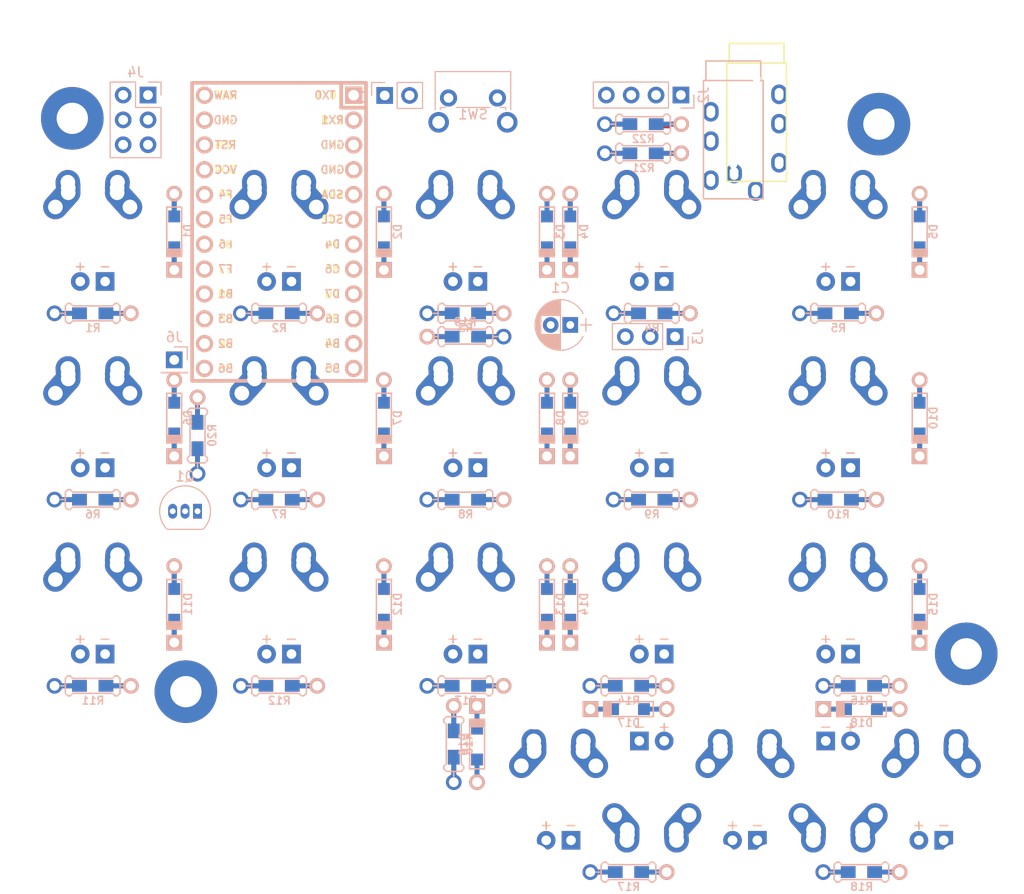
<source format=kicad_pcb>
(kicad_pcb (version 4) (host pcbnew 4.0.7)
  (title_block (title split_steno) (date 2018-03-12) (rev 1.1) (company jtallbean))
  (layers (0 F.Cu signal) (31 B.Cu signal) (34 B.Paste user) (35 F.Paste user) (36 B.SilkS user) (37 F.SilkS user) (38 B.Mask user) (39 F.Mask user) (44 Edge.Cuts user))
  (net 0 "")
  (net 1 VCC)
  (net 2 GND)
  (net 3 "Net-(D1-Pad2)")
  (net 4 /r1)
  (net 5 "Net-(D2-Pad2)")
  (net 6 "Net-(D3-Pad2)")
  (net 7 "Net-(D4-Pad2)")
  (net 8 "Net-(D5-Pad2)")
  (net 9 "Net-(D6-Pad2)")
  (net 10 /r2)
  (net 11 "Net-(D7-Pad2)")
  (net 12 "Net-(D8-Pad2)")
  (net 13 "Net-(D9-Pad2)")
  (net 14 "Net-(D10-Pad2)")
  (net 15 "Net-(D11-Pad2)")
  (net 16 /r3)
  (net 17 "Net-(D12-Pad2)")
  (net 18 "Net-(D13-Pad2)")
  (net 19 "Net-(D14-Pad2)")
  (net 20 "Net-(D15-Pad2)")
  (net 21 "Net-(D16-Pad2)")
  (net 22 /r4)
  (net 23 "Net-(D17-Pad2)")
  (net 24 "Net-(D18-Pad2)")
  (net 25 /d1)
  (net 26 /d2)
  (net 27 /rx)
  (net 28 /tx)
  (net 29 "Net-(J3-Pad2)")
  (net 30 /miso)
  (net 31 /sclk)
  (net 32 /mosi)
  (net 33 /rst)
  (net 34 +6V)
  (net 35 /d4)
  (net 36 /c1)
  (net 37 "Net-(MX1-Pad4)")
  (net 38 /c2)
  (net 39 "Net-(MX2-Pad4)")
  (net 40 /c3)
  (net 41 "Net-(MX3-Pad4)")
  (net 42 /c4)
  (net 43 "Net-(MX4-Pad4)")
  (net 44 /c5)
  (net 45 "Net-(MX5-Pad4)")
  (net 46 "Net-(MX6-Pad4)")
  (net 47 "Net-(MX7-Pad4)")
  (net 48 "Net-(MX8-Pad4)")
  (net 49 "Net-(MX9-Pad4)")
  (net 50 "Net-(MX10-Pad4)")
  (net 51 "Net-(MX11-Pad4)")
  (net 52 "Net-(MX12-Pad4)")
  (net 53 "Net-(MX13-Pad4)")
  (net 54 "Net-(MX14-Pad4)")
  (net 55 "Net-(MX15-Pad4)")
  (net 56 "Net-(MX16-Pad4)")
  (net 57 "Net-(MX17-Pad4)")
  (net 58 "Net-(MX19-Pad4)")
  (net 59 "Net-(Q1-Pad2)")
  (net 60 "Net-(Q1-Pad1)")
  (net 61 /d3)
  (module Capacitors_THT:CP_Radial_D5.0mm_P2.00mm (layer B.Cu) (at 105.965625 104.775 180)
    (fp_text reference C1 (at 1 3.81 180) (layer B.SilkS) (effects (justify mirror)))
    (fp_text value 100)
    (pad 1 thru_hole rect (at 0 0 180) (size 1.6 1.6) (drill 0.8) (layers *.Cu *.Mask) (net 1 VCC))
    (pad 2 thru_hole circle (at 2 0 180) (size 1.6 1.6) (drill 0.8) (layers *.Cu *.Mask) (net 2 GND))
  )
  (module Keebio-Parts:Diode-dual (layer B.Cu) (at 65.484375 95.25 270)
    (fp_text reference D1 (at -0.0254 -1.4 270) (layer B.SilkS) (effects (font (size 0.8 0.8)) (justify mirror)))
    (fp_text value D hide)
    (pad 2 smd rect (at -2.7 0 270) (size 2.5 0.5) (layers F.Cu) (net 3 "Net-(D1-Pad2)"))
    (pad 2 smd rect (at -1.575 0 270) (size 1.2 1.2) (layers F.Cu F.Paste F.Mask) (net 3 "Net-(D1-Pad2)"))
    (pad 1 smd rect (at 1.575 0 270) (size 1.2 1.2) (layers F.Cu F.Paste F.Mask) (net 4 /r1))
    (pad 1 smd rect (at 2.7 0 270) (size 2.5 0.5) (layers F.Cu) (net 4 /r1))
    (pad 1 smd rect (at 1.575 0 270) (size 1.2 1.2) (layers B.Cu B.Paste B.Mask) (net 4 /r1))
    (pad 2 smd rect (at -1.575 0 270) (size 1.2 1.2) (layers B.Cu B.Paste B.Mask) (net 3 "Net-(D1-Pad2)"))
    (pad 2 thru_hole circle (at -3.9 0 270) (size 1.6 1.6) (drill 1) (layers *.Cu *.Mask B.SilkS) (net 3 "Net-(D1-Pad2)"))
    (pad 1 thru_hole rect (at 3.9 0 270) (size 1.6 1.6) (drill 1) (layers *.Cu *.Mask B.SilkS) (net 4 /r1))
    (pad 2 smd rect (at -2.7 0 270) (size 2.5 0.5) (layers B.Cu) (net 3 "Net-(D1-Pad2)"))
    (pad 1 smd rect (at 2.7 0 270) (size 2.5 0.5) (layers B.Cu) (net 4 /r1))
  )
  (module Keebio-Parts:Diode-dual (layer B.Cu) (at 86.915625 95.25 270)
    (fp_text reference D2 (at -0.0254 -1.4 270) (layer B.SilkS) (effects (font (size 0.8 0.8)) (justify mirror)))
    (fp_text value D hide)
    (pad 2 smd rect (at -2.7 0 270) (size 2.5 0.5) (layers F.Cu) (net 5 "Net-(D2-Pad2)"))
    (pad 2 smd rect (at -1.575 0 270) (size 1.2 1.2) (layers F.Cu F.Paste F.Mask) (net 5 "Net-(D2-Pad2)"))
    (pad 1 smd rect (at 1.575 0 270) (size 1.2 1.2) (layers F.Cu F.Paste F.Mask) (net 4 /r1))
    (pad 1 smd rect (at 2.7 0 270) (size 2.5 0.5) (layers F.Cu) (net 4 /r1))
    (pad 1 smd rect (at 1.575 0 270) (size 1.2 1.2) (layers B.Cu B.Paste B.Mask) (net 4 /r1))
    (pad 2 smd rect (at -1.575 0 270) (size 1.2 1.2) (layers B.Cu B.Paste B.Mask) (net 5 "Net-(D2-Pad2)"))
    (pad 2 thru_hole circle (at -3.9 0 270) (size 1.6 1.6) (drill 1) (layers *.Cu *.Mask B.SilkS) (net 5 "Net-(D2-Pad2)"))
    (pad 1 thru_hole rect (at 3.9 0 270) (size 1.6 1.6) (drill 1) (layers *.Cu *.Mask B.SilkS) (net 4 /r1))
    (pad 2 smd rect (at -2.7 0 270) (size 2.5 0.5) (layers B.Cu) (net 5 "Net-(D2-Pad2)"))
    (pad 1 smd rect (at 2.7 0 270) (size 2.5 0.5) (layers B.Cu) (net 4 /r1))
  )
  (module Keebio-Parts:Diode-dual (layer B.Cu) (at 103.584375 95.25 270)
    (fp_text reference D3 (at -0.0254 -1.4 270) (layer B.SilkS) (effects (font (size 0.8 0.8)) (justify mirror)))
    (fp_text value D hide)
    (pad 2 smd rect (at -2.7 0 270) (size 2.5 0.5) (layers F.Cu) (net 6 "Net-(D3-Pad2)"))
    (pad 2 smd rect (at -1.575 0 270) (size 1.2 1.2) (layers F.Cu F.Paste F.Mask) (net 6 "Net-(D3-Pad2)"))
    (pad 1 smd rect (at 1.575 0 270) (size 1.2 1.2) (layers F.Cu F.Paste F.Mask) (net 4 /r1))
    (pad 1 smd rect (at 2.7 0 270) (size 2.5 0.5) (layers F.Cu) (net 4 /r1))
    (pad 1 smd rect (at 1.575 0 270) (size 1.2 1.2) (layers B.Cu B.Paste B.Mask) (net 4 /r1))
    (pad 2 smd rect (at -1.575 0 270) (size 1.2 1.2) (layers B.Cu B.Paste B.Mask) (net 6 "Net-(D3-Pad2)"))
    (pad 2 thru_hole circle (at -3.9 0 270) (size 1.6 1.6) (drill 1) (layers *.Cu *.Mask B.SilkS) (net 6 "Net-(D3-Pad2)"))
    (pad 1 thru_hole rect (at 3.9 0 270) (size 1.6 1.6) (drill 1) (layers *.Cu *.Mask B.SilkS) (net 4 /r1))
    (pad 2 smd rect (at -2.7 0 270) (size 2.5 0.5) (layers B.Cu) (net 6 "Net-(D3-Pad2)"))
    (pad 1 smd rect (at 2.7 0 270) (size 2.5 0.5) (layers B.Cu) (net 4 /r1))
  )
  (module Keebio-Parts:Diode-dual (layer B.Cu) (at 105.965625 95.25 270)
    (fp_text reference D4 (at -0.0254 -1.4 270) (layer B.SilkS) (effects (font (size 0.8 0.8)) (justify mirror)))
    (fp_text value D hide)
    (pad 2 smd rect (at -2.7 0 270) (size 2.5 0.5) (layers F.Cu) (net 7 "Net-(D4-Pad2)"))
    (pad 2 smd rect (at -1.575 0 270) (size 1.2 1.2) (layers F.Cu F.Paste F.Mask) (net 7 "Net-(D4-Pad2)"))
    (pad 1 smd rect (at 1.575 0 270) (size 1.2 1.2) (layers F.Cu F.Paste F.Mask) (net 4 /r1))
    (pad 1 smd rect (at 2.7 0 270) (size 2.5 0.5) (layers F.Cu) (net 4 /r1))
    (pad 1 smd rect (at 1.575 0 270) (size 1.2 1.2) (layers B.Cu B.Paste B.Mask) (net 4 /r1))
    (pad 2 smd rect (at -1.575 0 270) (size 1.2 1.2) (layers B.Cu B.Paste B.Mask) (net 7 "Net-(D4-Pad2)"))
    (pad 2 thru_hole circle (at -3.9 0 270) (size 1.6 1.6) (drill 1) (layers *.Cu *.Mask B.SilkS) (net 7 "Net-(D4-Pad2)"))
    (pad 1 thru_hole rect (at 3.9 0 270) (size 1.6 1.6) (drill 1) (layers *.Cu *.Mask B.SilkS) (net 4 /r1))
    (pad 2 smd rect (at -2.7 0 270) (size 2.5 0.5) (layers B.Cu) (net 7 "Net-(D4-Pad2)"))
    (pad 1 smd rect (at 2.7 0 270) (size 2.5 0.5) (layers B.Cu) (net 4 /r1))
  )
  (module Keebio-Parts:Diode-dual (layer B.Cu) (at 141.684375 95.25 270)
    (fp_text reference D5 (at -0.0254 -1.4 270) (layer B.SilkS) (effects (font (size 0.8 0.8)) (justify mirror)))
    (fp_text value D hide)
    (pad 2 smd rect (at -2.7 0 270) (size 2.5 0.5) (layers F.Cu) (net 8 "Net-(D5-Pad2)"))
    (pad 2 smd rect (at -1.575 0 270) (size 1.2 1.2) (layers F.Cu F.Paste F.Mask) (net 8 "Net-(D5-Pad2)"))
    (pad 1 smd rect (at 1.575 0 270) (size 1.2 1.2) (layers F.Cu F.Paste F.Mask) (net 4 /r1))
    (pad 1 smd rect (at 2.7 0 270) (size 2.5 0.5) (layers F.Cu) (net 4 /r1))
    (pad 1 smd rect (at 1.575 0 270) (size 1.2 1.2) (layers B.Cu B.Paste B.Mask) (net 4 /r1))
    (pad 2 smd rect (at -1.575 0 270) (size 1.2 1.2) (layers B.Cu B.Paste B.Mask) (net 8 "Net-(D5-Pad2)"))
    (pad 2 thru_hole circle (at -3.9 0 270) (size 1.6 1.6) (drill 1) (layers *.Cu *.Mask B.SilkS) (net 8 "Net-(D5-Pad2)"))
    (pad 1 thru_hole rect (at 3.9 0 270) (size 1.6 1.6) (drill 1) (layers *.Cu *.Mask B.SilkS) (net 4 /r1))
    (pad 2 smd rect (at -2.7 0 270) (size 2.5 0.5) (layers B.Cu) (net 8 "Net-(D5-Pad2)"))
    (pad 1 smd rect (at 2.7 0 270) (size 2.5 0.5) (layers B.Cu) (net 4 /r1))
  )
  (module Keebio-Parts:Diode-dual (layer B.Cu) (at 65.484375 114.3 270)
    (fp_text reference D6 (at -0.0254 -1.4 270) (layer B.SilkS) (effects (font (size 0.8 0.8)) (justify mirror)))
    (fp_text value D hide)
    (pad 2 smd rect (at -2.7 0 270) (size 2.5 0.5) (layers F.Cu) (net 9 "Net-(D6-Pad2)"))
    (pad 2 smd rect (at -1.575 0 270) (size 1.2 1.2) (layers F.Cu F.Paste F.Mask) (net 9 "Net-(D6-Pad2)"))
    (pad 1 smd rect (at 1.575 0 270) (size 1.2 1.2) (layers F.Cu F.Paste F.Mask) (net 10 /r2))
    (pad 1 smd rect (at 2.7 0 270) (size 2.5 0.5) (layers F.Cu) (net 10 /r2))
    (pad 1 smd rect (at 1.575 0 270) (size 1.2 1.2) (layers B.Cu B.Paste B.Mask) (net 10 /r2))
    (pad 2 smd rect (at -1.575 0 270) (size 1.2 1.2) (layers B.Cu B.Paste B.Mask) (net 9 "Net-(D6-Pad2)"))
    (pad 2 thru_hole circle (at -3.9 0 270) (size 1.6 1.6) (drill 1) (layers *.Cu *.Mask B.SilkS) (net 9 "Net-(D6-Pad2)"))
    (pad 1 thru_hole rect (at 3.9 0 270) (size 1.6 1.6) (drill 1) (layers *.Cu *.Mask B.SilkS) (net 10 /r2))
    (pad 2 smd rect (at -2.7 0 270) (size 2.5 0.5) (layers B.Cu) (net 9 "Net-(D6-Pad2)"))
    (pad 1 smd rect (at 2.7 0 270) (size 2.5 0.5) (layers B.Cu) (net 10 /r2))
  )
  (module Keebio-Parts:Diode-dual (layer B.Cu) (at 86.915625 114.3 270)
    (fp_text reference D7 (at -0.0254 -1.4 270) (layer B.SilkS) (effects (font (size 0.8 0.8)) (justify mirror)))
    (fp_text value D hide)
    (pad 2 smd rect (at -2.7 0 270) (size 2.5 0.5) (layers F.Cu) (net 11 "Net-(D7-Pad2)"))
    (pad 2 smd rect (at -1.575 0 270) (size 1.2 1.2) (layers F.Cu F.Paste F.Mask) (net 11 "Net-(D7-Pad2)"))
    (pad 1 smd rect (at 1.575 0 270) (size 1.2 1.2) (layers F.Cu F.Paste F.Mask) (net 10 /r2))
    (pad 1 smd rect (at 2.7 0 270) (size 2.5 0.5) (layers F.Cu) (net 10 /r2))
    (pad 1 smd rect (at 1.575 0 270) (size 1.2 1.2) (layers B.Cu B.Paste B.Mask) (net 10 /r2))
    (pad 2 smd rect (at -1.575 0 270) (size 1.2 1.2) (layers B.Cu B.Paste B.Mask) (net 11 "Net-(D7-Pad2)"))
    (pad 2 thru_hole circle (at -3.9 0 270) (size 1.6 1.6) (drill 1) (layers *.Cu *.Mask B.SilkS) (net 11 "Net-(D7-Pad2)"))
    (pad 1 thru_hole rect (at 3.9 0 270) (size 1.6 1.6) (drill 1) (layers *.Cu *.Mask B.SilkS) (net 10 /r2))
    (pad 2 smd rect (at -2.7 0 270) (size 2.5 0.5) (layers B.Cu) (net 11 "Net-(D7-Pad2)"))
    (pad 1 smd rect (at 2.7 0 270) (size 2.5 0.5) (layers B.Cu) (net 10 /r2))
  )
  (module Keebio-Parts:Diode-dual (layer B.Cu) (at 103.584375 114.3 270)
    (fp_text reference D8 (at -0.0254 -1.4 270) (layer B.SilkS) (effects (font (size 0.8 0.8)) (justify mirror)))
    (fp_text value D hide)
    (pad 2 smd rect (at -2.7 0 270) (size 2.5 0.5) (layers F.Cu) (net 12 "Net-(D8-Pad2)"))
    (pad 2 smd rect (at -1.575 0 270) (size 1.2 1.2) (layers F.Cu F.Paste F.Mask) (net 12 "Net-(D8-Pad2)"))
    (pad 1 smd rect (at 1.575 0 270) (size 1.2 1.2) (layers F.Cu F.Paste F.Mask) (net 10 /r2))
    (pad 1 smd rect (at 2.7 0 270) (size 2.5 0.5) (layers F.Cu) (net 10 /r2))
    (pad 1 smd rect (at 1.575 0 270) (size 1.2 1.2) (layers B.Cu B.Paste B.Mask) (net 10 /r2))
    (pad 2 smd rect (at -1.575 0 270) (size 1.2 1.2) (layers B.Cu B.Paste B.Mask) (net 12 "Net-(D8-Pad2)"))
    (pad 2 thru_hole circle (at -3.9 0 270) (size 1.6 1.6) (drill 1) (layers *.Cu *.Mask B.SilkS) (net 12 "Net-(D8-Pad2)"))
    (pad 1 thru_hole rect (at 3.9 0 270) (size 1.6 1.6) (drill 1) (layers *.Cu *.Mask B.SilkS) (net 10 /r2))
    (pad 2 smd rect (at -2.7 0 270) (size 2.5 0.5) (layers B.Cu) (net 12 "Net-(D8-Pad2)"))
    (pad 1 smd rect (at 2.7 0 270) (size 2.5 0.5) (layers B.Cu) (net 10 /r2))
  )
  (module Keebio-Parts:Diode-dual (layer B.Cu) (at 105.965625 114.3 270)
    (fp_text reference D9 (at -0.0254 -1.4 270) (layer B.SilkS) (effects (font (size 0.8 0.8)) (justify mirror)))
    (fp_text value D hide)
    (pad 2 smd rect (at -2.7 0 270) (size 2.5 0.5) (layers F.Cu) (net 13 "Net-(D9-Pad2)"))
    (pad 2 smd rect (at -1.575 0 270) (size 1.2 1.2) (layers F.Cu F.Paste F.Mask) (net 13 "Net-(D9-Pad2)"))
    (pad 1 smd rect (at 1.575 0 270) (size 1.2 1.2) (layers F.Cu F.Paste F.Mask) (net 10 /r2))
    (pad 1 smd rect (at 2.7 0 270) (size 2.5 0.5) (layers F.Cu) (net 10 /r2))
    (pad 1 smd rect (at 1.575 0 270) (size 1.2 1.2) (layers B.Cu B.Paste B.Mask) (net 10 /r2))
    (pad 2 smd rect (at -1.575 0 270) (size 1.2 1.2) (layers B.Cu B.Paste B.Mask) (net 13 "Net-(D9-Pad2)"))
    (pad 2 thru_hole circle (at -3.9 0 270) (size 1.6 1.6) (drill 1) (layers *.Cu *.Mask B.SilkS) (net 13 "Net-(D9-Pad2)"))
    (pad 1 thru_hole rect (at 3.9 0 270) (size 1.6 1.6) (drill 1) (layers *.Cu *.Mask B.SilkS) (net 10 /r2))
    (pad 2 smd rect (at -2.7 0 270) (size 2.5 0.5) (layers B.Cu) (net 13 "Net-(D9-Pad2)"))
    (pad 1 smd rect (at 2.7 0 270) (size 2.5 0.5) (layers B.Cu) (net 10 /r2))
  )
  (module Keebio-Parts:Diode-dual (layer B.Cu) (at 141.684375 114.3 270)
    (fp_text reference D10 (at -0.0254 -1.4 270) (layer B.SilkS) (effects (font (size 0.8 0.8)) (justify mirror)))
    (fp_text value D hide)
    (pad 2 smd rect (at -2.7 0 270) (size 2.5 0.5) (layers F.Cu) (net 14 "Net-(D10-Pad2)"))
    (pad 2 smd rect (at -1.575 0 270) (size 1.2 1.2) (layers F.Cu F.Paste F.Mask) (net 14 "Net-(D10-Pad2)"))
    (pad 1 smd rect (at 1.575 0 270) (size 1.2 1.2) (layers F.Cu F.Paste F.Mask) (net 10 /r2))
    (pad 1 smd rect (at 2.7 0 270) (size 2.5 0.5) (layers F.Cu) (net 10 /r2))
    (pad 1 smd rect (at 1.575 0 270) (size 1.2 1.2) (layers B.Cu B.Paste B.Mask) (net 10 /r2))
    (pad 2 smd rect (at -1.575 0 270) (size 1.2 1.2) (layers B.Cu B.Paste B.Mask) (net 14 "Net-(D10-Pad2)"))
    (pad 2 thru_hole circle (at -3.9 0 270) (size 1.6 1.6) (drill 1) (layers *.Cu *.Mask B.SilkS) (net 14 "Net-(D10-Pad2)"))
    (pad 1 thru_hole rect (at 3.9 0 270) (size 1.6 1.6) (drill 1) (layers *.Cu *.Mask B.SilkS) (net 10 /r2))
    (pad 2 smd rect (at -2.7 0 270) (size 2.5 0.5) (layers B.Cu) (net 14 "Net-(D10-Pad2)"))
    (pad 1 smd rect (at 2.7 0 270) (size 2.5 0.5) (layers B.Cu) (net 10 /r2))
  )
  (module Keebio-Parts:Diode-dual (layer B.Cu) (at 65.484375 133.35 270)
    (fp_text reference D11 (at -0.0254 -1.4 270) (layer B.SilkS) (effects (font (size 0.8 0.8)) (justify mirror)))
    (fp_text value D hide)
    (pad 2 smd rect (at -2.7 0 270) (size 2.5 0.5) (layers F.Cu) (net 15 "Net-(D11-Pad2)"))
    (pad 2 smd rect (at -1.575 0 270) (size 1.2 1.2) (layers F.Cu F.Paste F.Mask) (net 15 "Net-(D11-Pad2)"))
    (pad 1 smd rect (at 1.575 0 270) (size 1.2 1.2) (layers F.Cu F.Paste F.Mask) (net 16 /r3))
    (pad 1 smd rect (at 2.7 0 270) (size 2.5 0.5) (layers F.Cu) (net 16 /r3))
    (pad 1 smd rect (at 1.575 0 270) (size 1.2 1.2) (layers B.Cu B.Paste B.Mask) (net 16 /r3))
    (pad 2 smd rect (at -1.575 0 270) (size 1.2 1.2) (layers B.Cu B.Paste B.Mask) (net 15 "Net-(D11-Pad2)"))
    (pad 2 thru_hole circle (at -3.9 0 270) (size 1.6 1.6) (drill 1) (layers *.Cu *.Mask B.SilkS) (net 15 "Net-(D11-Pad2)"))
    (pad 1 thru_hole rect (at 3.9 0 270) (size 1.6 1.6) (drill 1) (layers *.Cu *.Mask B.SilkS) (net 16 /r3))
    (pad 2 smd rect (at -2.7 0 270) (size 2.5 0.5) (layers B.Cu) (net 15 "Net-(D11-Pad2)"))
    (pad 1 smd rect (at 2.7 0 270) (size 2.5 0.5) (layers B.Cu) (net 16 /r3))
  )
  (module Keebio-Parts:Diode-dual (layer B.Cu) (at 86.915625 133.35 270)
    (fp_text reference D12 (at -0.0254 -1.4 270) (layer B.SilkS) (effects (font (size 0.8 0.8)) (justify mirror)))
    (fp_text value D hide)
    (pad 2 smd rect (at -2.7 0 270) (size 2.5 0.5) (layers F.Cu) (net 17 "Net-(D12-Pad2)"))
    (pad 2 smd rect (at -1.575 0 270) (size 1.2 1.2) (layers F.Cu F.Paste F.Mask) (net 17 "Net-(D12-Pad2)"))
    (pad 1 smd rect (at 1.575 0 270) (size 1.2 1.2) (layers F.Cu F.Paste F.Mask) (net 16 /r3))
    (pad 1 smd rect (at 2.7 0 270) (size 2.5 0.5) (layers F.Cu) (net 16 /r3))
    (pad 1 smd rect (at 1.575 0 270) (size 1.2 1.2) (layers B.Cu B.Paste B.Mask) (net 16 /r3))
    (pad 2 smd rect (at -1.575 0 270) (size 1.2 1.2) (layers B.Cu B.Paste B.Mask) (net 17 "Net-(D12-Pad2)"))
    (pad 2 thru_hole circle (at -3.9 0 270) (size 1.6 1.6) (drill 1) (layers *.Cu *.Mask B.SilkS) (net 17 "Net-(D12-Pad2)"))
    (pad 1 thru_hole rect (at 3.9 0 270) (size 1.6 1.6) (drill 1) (layers *.Cu *.Mask B.SilkS) (net 16 /r3))
    (pad 2 smd rect (at -2.7 0 270) (size 2.5 0.5) (layers B.Cu) (net 17 "Net-(D12-Pad2)"))
    (pad 1 smd rect (at 2.7 0 270) (size 2.5 0.5) (layers B.Cu) (net 16 /r3))
  )
  (module Keebio-Parts:Diode-dual (layer B.Cu) (at 103.584375 133.35 270)
    (fp_text reference D13 (at -0.0254 -1.4 270) (layer B.SilkS) (effects (font (size 0.8 0.8)) (justify mirror)))
    (fp_text value D hide)
    (pad 2 smd rect (at -2.7 0 270) (size 2.5 0.5) (layers F.Cu) (net 18 "Net-(D13-Pad2)"))
    (pad 2 smd rect (at -1.575 0 270) (size 1.2 1.2) (layers F.Cu F.Paste F.Mask) (net 18 "Net-(D13-Pad2)"))
    (pad 1 smd rect (at 1.575 0 270) (size 1.2 1.2) (layers F.Cu F.Paste F.Mask) (net 16 /r3))
    (pad 1 smd rect (at 2.7 0 270) (size 2.5 0.5) (layers F.Cu) (net 16 /r3))
    (pad 1 smd rect (at 1.575 0 270) (size 1.2 1.2) (layers B.Cu B.Paste B.Mask) (net 16 /r3))
    (pad 2 smd rect (at -1.575 0 270) (size 1.2 1.2) (layers B.Cu B.Paste B.Mask) (net 18 "Net-(D13-Pad2)"))
    (pad 2 thru_hole circle (at -3.9 0 270) (size 1.6 1.6) (drill 1) (layers *.Cu *.Mask B.SilkS) (net 18 "Net-(D13-Pad2)"))
    (pad 1 thru_hole rect (at 3.9 0 270) (size 1.6 1.6) (drill 1) (layers *.Cu *.Mask B.SilkS) (net 16 /r3))
    (pad 2 smd rect (at -2.7 0 270) (size 2.5 0.5) (layers B.Cu) (net 18 "Net-(D13-Pad2)"))
    (pad 1 smd rect (at 2.7 0 270) (size 2.5 0.5) (layers B.Cu) (net 16 /r3))
  )
  (module Keebio-Parts:Diode-dual (layer B.Cu) (at 105.965625 133.35 270)
    (fp_text reference D14 (at -0.0254 -1.4 270) (layer B.SilkS) (effects (font (size 0.8 0.8)) (justify mirror)))
    (fp_text value D hide)
    (pad 2 smd rect (at -2.7 0 270) (size 2.5 0.5) (layers F.Cu) (net 19 "Net-(D14-Pad2)"))
    (pad 2 smd rect (at -1.575 0 270) (size 1.2 1.2) (layers F.Cu F.Paste F.Mask) (net 19 "Net-(D14-Pad2)"))
    (pad 1 smd rect (at 1.575 0 270) (size 1.2 1.2) (layers F.Cu F.Paste F.Mask) (net 16 /r3))
    (pad 1 smd rect (at 2.7 0 270) (size 2.5 0.5) (layers F.Cu) (net 16 /r3))
    (pad 1 smd rect (at 1.575 0 270) (size 1.2 1.2) (layers B.Cu B.Paste B.Mask) (net 16 /r3))
    (pad 2 smd rect (at -1.575 0 270) (size 1.2 1.2) (layers B.Cu B.Paste B.Mask) (net 19 "Net-(D14-Pad2)"))
    (pad 2 thru_hole circle (at -3.9 0 270) (size 1.6 1.6) (drill 1) (layers *.Cu *.Mask B.SilkS) (net 19 "Net-(D14-Pad2)"))
    (pad 1 thru_hole rect (at 3.9 0 270) (size 1.6 1.6) (drill 1) (layers *.Cu *.Mask B.SilkS) (net 16 /r3))
    (pad 2 smd rect (at -2.7 0 270) (size 2.5 0.5) (layers B.Cu) (net 19 "Net-(D14-Pad2)"))
    (pad 1 smd rect (at 2.7 0 270) (size 2.5 0.5) (layers B.Cu) (net 16 /r3))
  )
  (module Keebio-Parts:Diode-dual (layer B.Cu) (at 141.684375 133.35 270)
    (fp_text reference D15 (at -0.0254 -1.4 270) (layer B.SilkS) (effects (font (size 0.8 0.8)) (justify mirror)))
    (fp_text value D hide)
    (pad 2 smd rect (at -2.7 0 270) (size 2.5 0.5) (layers F.Cu) (net 20 "Net-(D15-Pad2)"))
    (pad 2 smd rect (at -1.575 0 270) (size 1.2 1.2) (layers F.Cu F.Paste F.Mask) (net 20 "Net-(D15-Pad2)"))
    (pad 1 smd rect (at 1.575 0 270) (size 1.2 1.2) (layers F.Cu F.Paste F.Mask) (net 16 /r3))
    (pad 1 smd rect (at 2.7 0 270) (size 2.5 0.5) (layers F.Cu) (net 16 /r3))
    (pad 1 smd rect (at 1.575 0 270) (size 1.2 1.2) (layers B.Cu B.Paste B.Mask) (net 16 /r3))
    (pad 2 smd rect (at -1.575 0 270) (size 1.2 1.2) (layers B.Cu B.Paste B.Mask) (net 20 "Net-(D15-Pad2)"))
    (pad 2 thru_hole circle (at -3.9 0 270) (size 1.6 1.6) (drill 1) (layers *.Cu *.Mask B.SilkS) (net 20 "Net-(D15-Pad2)"))
    (pad 1 thru_hole rect (at 3.9 0 270) (size 1.6 1.6) (drill 1) (layers *.Cu *.Mask B.SilkS) (net 16 /r3))
    (pad 2 smd rect (at -2.7 0 270) (size 2.5 0.5) (layers B.Cu) (net 20 "Net-(D15-Pad2)"))
    (pad 1 smd rect (at 2.7 0 270) (size 2.5 0.5) (layers B.Cu) (net 16 /r3))
  )
  (module Keebio-Parts:Diode-dual (layer B.Cu) (at 96.440625 147.6375 90)
    (fp_text reference D16 (at -0.0254 -1.4 90) (layer B.SilkS) (effects (font (size 0.8 0.8)) (justify mirror)))
    (fp_text value D hide)
    (pad 2 smd rect (at -2.7 0 90) (size 2.5 0.5) (layers F.Cu) (net 21 "Net-(D16-Pad2)"))
    (pad 2 smd rect (at -1.575 0 90) (size 1.2 1.2) (layers F.Cu F.Paste F.Mask) (net 21 "Net-(D16-Pad2)"))
    (pad 1 smd rect (at 1.575 0 90) (size 1.2 1.2) (layers F.Cu F.Paste F.Mask) (net 22 /r4))
    (pad 1 smd rect (at 2.7 0 90) (size 2.5 0.5) (layers F.Cu) (net 22 /r4))
    (pad 1 smd rect (at 1.575 0 90) (size 1.2 1.2) (layers B.Cu B.Paste B.Mask) (net 22 /r4))
    (pad 2 smd rect (at -1.575 0 90) (size 1.2 1.2) (layers B.Cu B.Paste B.Mask) (net 21 "Net-(D16-Pad2)"))
    (pad 2 thru_hole circle (at -3.9 0 90) (size 1.6 1.6) (drill 1) (layers *.Cu *.Mask B.SilkS) (net 21 "Net-(D16-Pad2)"))
    (pad 1 thru_hole rect (at 3.9 0 90) (size 1.6 1.6) (drill 1) (layers *.Cu *.Mask B.SilkS) (net 22 /r4))
    (pad 2 smd rect (at -2.7 0 90) (size 2.5 0.5) (layers B.Cu) (net 21 "Net-(D16-Pad2)"))
    (pad 1 smd rect (at 2.7 0 90) (size 2.5 0.5) (layers B.Cu) (net 22 /r4))
  )
  (module Keebio-Parts:Diode-dual (layer B.Cu) (at 111.91875 144.065625 180)
    (fp_text reference D17 (at -0.0254 -1.4 180) (layer B.SilkS) (effects (font (size 0.8 0.8)) (justify mirror)))
    (fp_text value D hide)
    (pad 2 smd rect (at -2.7 0 180) (size 2.5 0.5) (layers F.Cu) (net 23 "Net-(D17-Pad2)"))
    (pad 2 smd rect (at -1.575 0 180) (size 1.2 1.2) (layers F.Cu F.Paste F.Mask) (net 23 "Net-(D17-Pad2)"))
    (pad 1 smd rect (at 1.575 0 180) (size 1.2 1.2) (layers F.Cu F.Paste F.Mask) (net 22 /r4))
    (pad 1 smd rect (at 2.7 0 180) (size 2.5 0.5) (layers F.Cu) (net 22 /r4))
    (pad 1 smd rect (at 1.575 0 180) (size 1.2 1.2) (layers B.Cu B.Paste B.Mask) (net 22 /r4))
    (pad 2 smd rect (at -1.575 0 180) (size 1.2 1.2) (layers B.Cu B.Paste B.Mask) (net 23 "Net-(D17-Pad2)"))
    (pad 2 thru_hole circle (at -3.9 0 180) (size 1.6 1.6) (drill 1) (layers *.Cu *.Mask B.SilkS) (net 23 "Net-(D17-Pad2)"))
    (pad 1 thru_hole rect (at 3.9 0 180) (size 1.6 1.6) (drill 1) (layers *.Cu *.Mask B.SilkS) (net 22 /r4))
    (pad 2 smd rect (at -2.7 0 180) (size 2.5 0.5) (layers B.Cu) (net 23 "Net-(D17-Pad2)"))
    (pad 1 smd rect (at 2.7 0 180) (size 2.5 0.5) (layers B.Cu) (net 22 /r4))
  )
  (module Keebio-Parts:Diode-dual (layer B.Cu) (at 135.73125 144.065625 180)
    (fp_text reference D18 (at -0.0254 -1.4 180) (layer B.SilkS) (effects (font (size 0.8 0.8)) (justify mirror)))
    (fp_text value D hide)
    (pad 2 smd rect (at -2.7 0 180) (size 2.5 0.5) (layers F.Cu) (net 24 "Net-(D18-Pad2)"))
    (pad 2 smd rect (at -1.575 0 180) (size 1.2 1.2) (layers F.Cu F.Paste F.Mask) (net 24 "Net-(D18-Pad2)"))
    (pad 1 smd rect (at 1.575 0 180) (size 1.2 1.2) (layers F.Cu F.Paste F.Mask) (net 22 /r4))
    (pad 1 smd rect (at 2.7 0 180) (size 2.5 0.5) (layers F.Cu) (net 22 /r4))
    (pad 1 smd rect (at 1.575 0 180) (size 1.2 1.2) (layers B.Cu B.Paste B.Mask) (net 22 /r4))
    (pad 2 smd rect (at -1.575 0 180) (size 1.2 1.2) (layers B.Cu B.Paste B.Mask) (net 24 "Net-(D18-Pad2)"))
    (pad 2 thru_hole circle (at -3.9 0 180) (size 1.6 1.6) (drill 1) (layers *.Cu *.Mask B.SilkS) (net 24 "Net-(D18-Pad2)"))
    (pad 1 thru_hole rect (at 3.9 0 180) (size 1.6 1.6) (drill 1) (layers *.Cu *.Mask B.SilkS) (net 22 /r4))
    (pad 2 smd rect (at -2.7 0 180) (size 2.5 0.5) (layers B.Cu) (net 24 "Net-(D18-Pad2)"))
    (pad 1 smd rect (at 2.7 0 180) (size 2.5 0.5) (layers B.Cu) (net 22 /r4))
  )
  (module Keebio-Parts:TRRS-PJ-320A (layer B.Cu) (at 122.634375 79.771875 180)
    (fp_text reference J1)
    (fp_text value i2c)
    (pad 1 thru_hole oval (at -2.3 -11.3 180) (size 1.6 2) (drill oval 0.9 1.3) (layers *.Cu *.Mask) (net 1 VCC))
    (pad 2 thru_hole oval (at 2.3 -10.2 180) (size 1.6 2) (drill oval 0.9 1.3) (layers *.Cu *.Mask) (net 25 /d1))
    (pad 4 thru_hole oval (at 2.3 -3.2 180) (size 1.6 2) (drill oval 0.9 1.3) (layers *.Cu *.Mask) (net 2 GND))
    (pad "" np_thru_hole circle (at 0 -8.6 180) (size 0.8 0.8) (drill 0.8) (layers *.Cu *.Mask))
    (pad "" np_thru_hole circle (at 0 -1.6 180) (size 0.8 0.8) (drill 0.8) (layers *.Cu *.Mask))
    (pad 3 thru_hole oval (at 2.3 -6.2 180) (size 1.6 2) (drill oval 0.9 1.3) (layers *.Cu *.Mask) (net 26 /d2))
  )
  (module Pin_Headers:Pin_Header_Straight_1x04_Pitch2.54mm (layer B.Cu) (at 117.276562 81.260156 90)
    (fp_text reference J2 (at 0 2.33 90) (layer B.SilkS) (effects (justify mirror)))
    (fp_text value serial)
    (pad 1 thru_hole rect (at 0 0 90) (size 1.7 1.7) (drill 1) (layers *.Cu *.Mask) (net 1 VCC))
    (pad 2 thru_hole oval (at 0 -2.54 90) (size 1.7 1.7) (drill 1) (layers *.Cu *.Mask) (net 27 /rx))
    (pad 3 thru_hole oval (at 0 -5.08 90) (size 1.7 1.7) (drill 1) (layers *.Cu *.Mask) (net 28 /tx))
    (pad 4 thru_hole oval (at 0 -7.62 90) (size 1.7 1.7) (drill 1) (layers *.Cu *.Mask) (net 2 GND))
  )
  (module Pin_Headers:Pin_Header_Straight_1x03_Pitch2.54mm (layer B.Cu) (at 116.68125 105.965625 90)
    (fp_text reference J3 (at 0 2.33 90) (layer B.SilkS) (effects (justify mirror)))
    (fp_text value rgb)
    (pad 1 thru_hole rect (at 0 0 90) (size 1.7 1.7) (drill 1) (layers *.Cu *.Mask) (net 1 VCC))
    (pad 2 thru_hole oval (at 0 -2.54 90) (size 1.7 1.7) (drill 1) (layers *.Cu *.Mask) (net 29 "Net-(J3-Pad2)"))
    (pad 3 thru_hole oval (at 0 -5.08 90) (size 1.7 1.7) (drill 1) (layers *.Cu *.Mask) (net 2 GND))
  )
  (module Pin_Headers:Pin_Header_Straight_2x03_Pitch2.54mm (layer B.Cu) (at 62.805469 81.260156 180)
    (fp_text reference J4 (at 1.27 2.33 180) (layer B.SilkS) (effects (justify mirror)))
    (fp_text value icsp)
    (pad 1 thru_hole rect (at 0 0 180) (size 1.7 1.7) (drill 1) (layers *.Cu *.Mask) (net 30 /miso))
    (pad 2 thru_hole oval (at 2.54 0 180) (size 1.7 1.7) (drill 1) (layers *.Cu *.Mask) (net 1 VCC))
    (pad 3 thru_hole oval (at 0 -2.54 180) (size 1.7 1.7) (drill 1) (layers *.Cu *.Mask) (net 31 /sclk))
    (pad 4 thru_hole oval (at 2.54 -2.54 180) (size 1.7 1.7) (drill 1) (layers *.Cu *.Mask) (net 32 /mosi))
    (pad 5 thru_hole oval (at 0 -5.08 180) (size 1.7 1.7) (drill 1) (layers *.Cu *.Mask) (net 33 /rst))
    (pad 6 thru_hole oval (at 2.54 -5.08 180) (size 1.7 1.7) (drill 1) (layers *.Cu *.Mask) (net 2 GND))
  )
  (module Pin_Headers:Pin_Header_Straight_1x02_Pitch2.54mm (layer B.Cu) (at 87 81.3 270)
    (fp_text reference J5 (at 0 2.33 270) (layer B.SilkS) (effects (justify mirror)))
    (fp_text value raw)
    (pad 1 thru_hole rect (at 0 0 270) (size 1.7 1.7) (drill 1) (layers *.Cu *.Mask) (net 34 +6V))
    (pad 2 thru_hole oval (at 0 -2.54 270) (size 1.7 1.7) (drill 1) (layers *.Cu *.Mask) (net 2 GND))
  )
  (module Pin_Headers:Pin_Header_Straight_1x01_Pitch2.54mm (layer B.Cu) (at 65.484375 108.346875 180)
    (fp_text reference J6 (at 0 2.33 180) (layer B.SilkS) (effects (justify mirror)))
    (fp_text value extra)
    (pad 1 thru_hole rect (at 0 0 180) (size 1.7 1.7) (drill 1) (layers *.Cu *.Mask) (net 35 /d4))
  )
  (module Keebio-Parts:Hybrid_PCB_100H_Dual_hole-LED (layer F.Cu) (at 57.15 95.25)
    (fp_text reference MX1 hide)
    (fp_text value MX-1U hide)
    (fp_text user - (at 1.26 3.5) (layer B.SilkS) (effects (justify mirror)))
    (fp_text user + (at -1.27 3.5) (layer B.SilkS) (effects (justify mirror)))
    (fp_text user - (at 1.26 3.5) (layer F.SilkS))
    (fp_text user + (at -1.27 3.5) (layer F.SilkS))
    (pad 2 smd oval (at 2.52 -4.79 356.055) (size 2.5 3.081378) (layers F.Cu F.Paste F.Mask) (net 3 "Net-(D1-Pad2)"))
    (pad 2 thru_hole circle (at 2.5 -4.5 330.95) (size 2 2) (drill 1.5) (layers *.Cu *.Mask) (net 3 "Net-(D1-Pad2)"))
    (pad 2 thru_hole circle (at 2.54 -5.08 330.95) (size 2 2) (drill 1.5) (layers *.Cu *.Mask) (net 3 "Net-(D1-Pad2)"))
    (pad 1 thru_hole circle (at -2.5 -4 330.95) (size 2 2) (drill 1.5) (layers *.Cu *.Mask) (net 36 /c1))
    (pad HOLE np_thru_hole circle (at 0 0) (size 3.9878 3.9878) (drill 3.9878) (layers *.Cu))
    (pad HOLE np_thru_hole circle (at -5.08 0) (size 1.8 1.8) (drill 1.8) (layers *.Cu))
    (pad HOLE np_thru_hole circle (at 5.08 0) (size 1.8 1.8) (drill 1.8) (layers *.Cu))
    (pad 1 thru_hole circle (at -3.81 -2.54 330.95) (size 2 2) (drill 1.5) (layers *.Cu *.Mask) (net 36 /c1))
    (pad 2 smd oval (at 3.155 -3.27 221.9) (size 2.5 4.461556) (layers B.Cu B.Paste B.Mask) (net 3 "Net-(D1-Pad2)"))
    (pad 1 smd oval (at -3.155 -3.27 138.1) (size 2.5 4.461556) (layers B.Cu B.Paste B.Mask) (net 36 /c1))
    (pad 2 thru_hole circle (at 2.5 -4) (size 2 2) (drill 1.5) (layers *.Cu *.Mask) (net 3 "Net-(D1-Pad2)"))
    (pad 2 thru_hole circle (at 3.81 -2.54 330.95) (size 2 2) (drill 1.5) (layers *.Cu *.Mask) (net 3 "Net-(D1-Pad2)"))
    (pad 1 smd oval (at -2.52 -4.79 3.945) (size 2.5 3.081378) (layers B.Cu B.Paste B.Mask) (net 36 /c1))
    (pad 1 thru_hole circle (at -2.5 -4.5 330.95) (size 2 2) (drill 1.5) (layers *.Cu *.Mask) (net 36 /c1))
    (pad 1 thru_hole circle (at -2.54 -5.08 330.95) (size 2 2) (drill 1.5) (layers *.Cu *.Mask) (net 36 /c1))
    (pad 4 thru_hole rect (at 1.27 5.08) (size 1.905 1.905) (drill 0.9906) (layers *.Cu *.Mask) (net 37 "Net-(MX1-Pad4)"))
    (pad 3 thru_hole circle (at -1.27 5.08) (size 1.905 1.905) (drill 0.9906) (layers *.Cu *.Mask) (net 1 VCC))
    (pad 1 smd oval (at -3.155 -3.27 138.1) (size 2.5 4.461556) (layers F.Cu F.Paste F.Mask) (net 36 /c1))
    (pad 1 smd oval (at -2.52 -4.79 3.945) (size 2.5 3.081378) (layers F.Cu F.Paste F.Mask) (net 36 /c1))
    (pad 2 smd oval (at 3.155 -3.27 221.9) (size 2.5 4.461556) (layers F.Cu F.Paste F.Mask) (net 3 "Net-(D1-Pad2)"))
    (pad 2 smd oval (at 2.52 -4.79 356.055) (size 2.5 3.081378) (layers B.Cu B.Paste B.Mask) (net 3 "Net-(D1-Pad2)"))
  )
  (module Keebio-Parts:Hybrid_PCB_100H_Dual_hole-LED (layer F.Cu) (at 76.2 95.25)
    (fp_text reference MX2 hide)
    (fp_text value MX-1U hide)
    (fp_text user - (at 1.26 3.5) (layer B.SilkS) (effects (justify mirror)))
    (fp_text user + (at -1.27 3.5) (layer B.SilkS) (effects (justify mirror)))
    (fp_text user - (at 1.26 3.5) (layer F.SilkS))
    (fp_text user + (at -1.27 3.5) (layer F.SilkS))
    (pad 2 smd oval (at 2.52 -4.79 356.055) (size 2.5 3.081378) (layers F.Cu F.Paste F.Mask) (net 5 "Net-(D2-Pad2)"))
    (pad 2 thru_hole circle (at 2.5 -4.5 330.95) (size 2 2) (drill 1.5) (layers *.Cu *.Mask) (net 5 "Net-(D2-Pad2)"))
    (pad 2 thru_hole circle (at 2.54 -5.08 330.95) (size 2 2) (drill 1.5) (layers *.Cu *.Mask) (net 5 "Net-(D2-Pad2)"))
    (pad 1 thru_hole circle (at -2.5 -4 330.95) (size 2 2) (drill 1.5) (layers *.Cu *.Mask) (net 38 /c2))
    (pad HOLE np_thru_hole circle (at 0 0) (size 3.9878 3.9878) (drill 3.9878) (layers *.Cu))
    (pad HOLE np_thru_hole circle (at -5.08 0) (size 1.8 1.8) (drill 1.8) (layers *.Cu))
    (pad HOLE np_thru_hole circle (at 5.08 0) (size 1.8 1.8) (drill 1.8) (layers *.Cu))
    (pad 1 thru_hole circle (at -3.81 -2.54 330.95) (size 2 2) (drill 1.5) (layers *.Cu *.Mask) (net 38 /c2))
    (pad 2 smd oval (at 3.155 -3.27 221.9) (size 2.5 4.461556) (layers B.Cu B.Paste B.Mask) (net 5 "Net-(D2-Pad2)"))
    (pad 1 smd oval (at -3.155 -3.27 138.1) (size 2.5 4.461556) (layers B.Cu B.Paste B.Mask) (net 38 /c2))
    (pad 2 thru_hole circle (at 2.5 -4) (size 2 2) (drill 1.5) (layers *.Cu *.Mask) (net 5 "Net-(D2-Pad2)"))
    (pad 2 thru_hole circle (at 3.81 -2.54 330.95) (size 2 2) (drill 1.5) (layers *.Cu *.Mask) (net 5 "Net-(D2-Pad2)"))
    (pad 1 smd oval (at -2.52 -4.79 3.945) (size 2.5 3.081378) (layers B.Cu B.Paste B.Mask) (net 38 /c2))
    (pad 1 thru_hole circle (at -2.5 -4.5 330.95) (size 2 2) (drill 1.5) (layers *.Cu *.Mask) (net 38 /c2))
    (pad 1 thru_hole circle (at -2.54 -5.08 330.95) (size 2 2) (drill 1.5) (layers *.Cu *.Mask) (net 38 /c2))
    (pad 4 thru_hole rect (at 1.27 5.08) (size 1.905 1.905) (drill 0.9906) (layers *.Cu *.Mask) (net 39 "Net-(MX2-Pad4)"))
    (pad 3 thru_hole circle (at -1.27 5.08) (size 1.905 1.905) (drill 0.9906) (layers *.Cu *.Mask) (net 1 VCC))
    (pad 1 smd oval (at -3.155 -3.27 138.1) (size 2.5 4.461556) (layers F.Cu F.Paste F.Mask) (net 38 /c2))
    (pad 1 smd oval (at -2.52 -4.79 3.945) (size 2.5 3.081378) (layers F.Cu F.Paste F.Mask) (net 38 /c2))
    (pad 2 smd oval (at 3.155 -3.27 221.9) (size 2.5 4.461556) (layers F.Cu F.Paste F.Mask) (net 5 "Net-(D2-Pad2)"))
    (pad 2 smd oval (at 2.52 -4.79 356.055) (size 2.5 3.081378) (layers B.Cu B.Paste B.Mask) (net 5 "Net-(D2-Pad2)"))
  )
  (module Keebio-Parts:Hybrid_PCB_100H_Dual_hole-LED (layer F.Cu) (at 95.25 95.25)
    (fp_text reference MX3 hide)
    (fp_text value MX-1U hide)
    (fp_text user - (at 1.26 3.5) (layer B.SilkS) (effects (justify mirror)))
    (fp_text user + (at -1.27 3.5) (layer B.SilkS) (effects (justify mirror)))
    (fp_text user - (at 1.26 3.5) (layer F.SilkS))
    (fp_text user + (at -1.27 3.5) (layer F.SilkS))
    (pad 2 smd oval (at 2.52 -4.79 356.055) (size 2.5 3.081378) (layers F.Cu F.Paste F.Mask) (net 6 "Net-(D3-Pad2)"))
    (pad 2 thru_hole circle (at 2.5 -4.5 330.95) (size 2 2) (drill 1.5) (layers *.Cu *.Mask) (net 6 "Net-(D3-Pad2)"))
    (pad 2 thru_hole circle (at 2.54 -5.08 330.95) (size 2 2) (drill 1.5) (layers *.Cu *.Mask) (net 6 "Net-(D3-Pad2)"))
    (pad 1 thru_hole circle (at -2.5 -4 330.95) (size 2 2) (drill 1.5) (layers *.Cu *.Mask) (net 40 /c3))
    (pad HOLE np_thru_hole circle (at 0 0) (size 3.9878 3.9878) (drill 3.9878) (layers *.Cu))
    (pad HOLE np_thru_hole circle (at -5.08 0) (size 1.8 1.8) (drill 1.8) (layers *.Cu))
    (pad HOLE np_thru_hole circle (at 5.08 0) (size 1.8 1.8) (drill 1.8) (layers *.Cu))
    (pad 1 thru_hole circle (at -3.81 -2.54 330.95) (size 2 2) (drill 1.5) (layers *.Cu *.Mask) (net 40 /c3))
    (pad 2 smd oval (at 3.155 -3.27 221.9) (size 2.5 4.461556) (layers B.Cu B.Paste B.Mask) (net 6 "Net-(D3-Pad2)"))
    (pad 1 smd oval (at -3.155 -3.27 138.1) (size 2.5 4.461556) (layers B.Cu B.Paste B.Mask) (net 40 /c3))
    (pad 2 thru_hole circle (at 2.5 -4) (size 2 2) (drill 1.5) (layers *.Cu *.Mask) (net 6 "Net-(D3-Pad2)"))
    (pad 2 thru_hole circle (at 3.81 -2.54 330.95) (size 2 2) (drill 1.5) (layers *.Cu *.Mask) (net 6 "Net-(D3-Pad2)"))
    (pad 1 smd oval (at -2.52 -4.79 3.945) (size 2.5 3.081378) (layers B.Cu B.Paste B.Mask) (net 40 /c3))
    (pad 1 thru_hole circle (at -2.5 -4.5 330.95) (size 2 2) (drill 1.5) (layers *.Cu *.Mask) (net 40 /c3))
    (pad 1 thru_hole circle (at -2.54 -5.08 330.95) (size 2 2) (drill 1.5) (layers *.Cu *.Mask) (net 40 /c3))
    (pad 4 thru_hole rect (at 1.27 5.08) (size 1.905 1.905) (drill 0.9906) (layers *.Cu *.Mask) (net 41 "Net-(MX3-Pad4)"))
    (pad 3 thru_hole circle (at -1.27 5.08) (size 1.905 1.905) (drill 0.9906) (layers *.Cu *.Mask) (net 1 VCC))
    (pad 1 smd oval (at -3.155 -3.27 138.1) (size 2.5 4.461556) (layers F.Cu F.Paste F.Mask) (net 40 /c3))
    (pad 1 smd oval (at -2.52 -4.79 3.945) (size 2.5 3.081378) (layers F.Cu F.Paste F.Mask) (net 40 /c3))
    (pad 2 smd oval (at 3.155 -3.27 221.9) (size 2.5 4.461556) (layers F.Cu F.Paste F.Mask) (net 6 "Net-(D3-Pad2)"))
    (pad 2 smd oval (at 2.52 -4.79 356.055) (size 2.5 3.081378) (layers B.Cu B.Paste B.Mask) (net 6 "Net-(D3-Pad2)"))
  )
  (module Keebio-Parts:Hybrid_PCB_100H_Dual_hole-LED (layer F.Cu) (at 114.3 95.25)
    (fp_text reference MX4 hide)
    (fp_text value MX-1U hide)
    (fp_text user - (at 1.26 3.5) (layer B.SilkS) (effects (justify mirror)))
    (fp_text user + (at -1.27 3.5) (layer B.SilkS) (effects (justify mirror)))
    (fp_text user - (at 1.26 3.5) (layer F.SilkS))
    (fp_text user + (at -1.27 3.5) (layer F.SilkS))
    (pad 2 smd oval (at 2.52 -4.79 356.055) (size 2.5 3.081378) (layers F.Cu F.Paste F.Mask) (net 7 "Net-(D4-Pad2)"))
    (pad 2 thru_hole circle (at 2.5 -4.5 330.95) (size 2 2) (drill 1.5) (layers *.Cu *.Mask) (net 7 "Net-(D4-Pad2)"))
    (pad 2 thru_hole circle (at 2.54 -5.08 330.95) (size 2 2) (drill 1.5) (layers *.Cu *.Mask) (net 7 "Net-(D4-Pad2)"))
    (pad 1 thru_hole circle (at -2.5 -4 330.95) (size 2 2) (drill 1.5) (layers *.Cu *.Mask) (net 42 /c4))
    (pad HOLE np_thru_hole circle (at 0 0) (size 3.9878 3.9878) (drill 3.9878) (layers *.Cu))
    (pad HOLE np_thru_hole circle (at -5.08 0) (size 1.8 1.8) (drill 1.8) (layers *.Cu))
    (pad HOLE np_thru_hole circle (at 5.08 0) (size 1.8 1.8) (drill 1.8) (layers *.Cu))
    (pad 1 thru_hole circle (at -3.81 -2.54 330.95) (size 2 2) (drill 1.5) (layers *.Cu *.Mask) (net 42 /c4))
    (pad 2 smd oval (at 3.155 -3.27 221.9) (size 2.5 4.461556) (layers B.Cu B.Paste B.Mask) (net 7 "Net-(D4-Pad2)"))
    (pad 1 smd oval (at -3.155 -3.27 138.1) (size 2.5 4.461556) (layers B.Cu B.Paste B.Mask) (net 42 /c4))
    (pad 2 thru_hole circle (at 2.5 -4) (size 2 2) (drill 1.5) (layers *.Cu *.Mask) (net 7 "Net-(D4-Pad2)"))
    (pad 2 thru_hole circle (at 3.81 -2.54 330.95) (size 2 2) (drill 1.5) (layers *.Cu *.Mask) (net 7 "Net-(D4-Pad2)"))
    (pad 1 smd oval (at -2.52 -4.79 3.945) (size 2.5 3.081378) (layers B.Cu B.Paste B.Mask) (net 42 /c4))
    (pad 1 thru_hole circle (at -2.5 -4.5 330.95) (size 2 2) (drill 1.5) (layers *.Cu *.Mask) (net 42 /c4))
    (pad 1 thru_hole circle (at -2.54 -5.08 330.95) (size 2 2) (drill 1.5) (layers *.Cu *.Mask) (net 42 /c4))
    (pad 4 thru_hole rect (at 1.27 5.08) (size 1.905 1.905) (drill 0.9906) (layers *.Cu *.Mask) (net 43 "Net-(MX4-Pad4)"))
    (pad 3 thru_hole circle (at -1.27 5.08) (size 1.905 1.905) (drill 0.9906) (layers *.Cu *.Mask) (net 1 VCC))
    (pad 1 smd oval (at -3.155 -3.27 138.1) (size 2.5 4.461556) (layers F.Cu F.Paste F.Mask) (net 42 /c4))
    (pad 1 smd oval (at -2.52 -4.79 3.945) (size 2.5 3.081378) (layers F.Cu F.Paste F.Mask) (net 42 /c4))
    (pad 2 smd oval (at 3.155 -3.27 221.9) (size 2.5 4.461556) (layers F.Cu F.Paste F.Mask) (net 7 "Net-(D4-Pad2)"))
    (pad 2 smd oval (at 2.52 -4.79 356.055) (size 2.5 3.081378) (layers B.Cu B.Paste B.Mask) (net 7 "Net-(D4-Pad2)"))
  )
  (module Keebio-Parts:Hybrid_PCB_100H_Dual_hole-LED (layer F.Cu) (at 133.35 95.25)
    (fp_text reference MX5 hide)
    (fp_text value MX-1U hide)
    (fp_text user - (at 1.26 3.5) (layer B.SilkS) (effects (justify mirror)))
    (fp_text user + (at -1.27 3.5) (layer B.SilkS) (effects (justify mirror)))
    (fp_text user - (at 1.26 3.5) (layer F.SilkS))
    (fp_text user + (at -1.27 3.5) (layer F.SilkS))
    (pad 2 smd oval (at 2.52 -4.79 356.055) (size 2.5 3.081378) (layers F.Cu F.Paste F.Mask) (net 8 "Net-(D5-Pad2)"))
    (pad 2 thru_hole circle (at 2.5 -4.5 330.95) (size 2 2) (drill 1.5) (layers *.Cu *.Mask) (net 8 "Net-(D5-Pad2)"))
    (pad 2 thru_hole circle (at 2.54 -5.08 330.95) (size 2 2) (drill 1.5) (layers *.Cu *.Mask) (net 8 "Net-(D5-Pad2)"))
    (pad 1 thru_hole circle (at -2.5 -4 330.95) (size 2 2) (drill 1.5) (layers *.Cu *.Mask) (net 44 /c5))
    (pad HOLE np_thru_hole circle (at 0 0) (size 3.9878 3.9878) (drill 3.9878) (layers *.Cu))
    (pad HOLE np_thru_hole circle (at -5.08 0) (size 1.8 1.8) (drill 1.8) (layers *.Cu))
    (pad HOLE np_thru_hole circle (at 5.08 0) (size 1.8 1.8) (drill 1.8) (layers *.Cu))
    (pad 1 thru_hole circle (at -3.81 -2.54 330.95) (size 2 2) (drill 1.5) (layers *.Cu *.Mask) (net 44 /c5))
    (pad 2 smd oval (at 3.155 -3.27 221.9) (size 2.5 4.461556) (layers B.Cu B.Paste B.Mask) (net 8 "Net-(D5-Pad2)"))
    (pad 1 smd oval (at -3.155 -3.27 138.1) (size 2.5 4.461556) (layers B.Cu B.Paste B.Mask) (net 44 /c5))
    (pad 2 thru_hole circle (at 2.5 -4) (size 2 2) (drill 1.5) (layers *.Cu *.Mask) (net 8 "Net-(D5-Pad2)"))
    (pad 2 thru_hole circle (at 3.81 -2.54 330.95) (size 2 2) (drill 1.5) (layers *.Cu *.Mask) (net 8 "Net-(D5-Pad2)"))
    (pad 1 smd oval (at -2.52 -4.79 3.945) (size 2.5 3.081378) (layers B.Cu B.Paste B.Mask) (net 44 /c5))
    (pad 1 thru_hole circle (at -2.5 -4.5 330.95) (size 2 2) (drill 1.5) (layers *.Cu *.Mask) (net 44 /c5))
    (pad 1 thru_hole circle (at -2.54 -5.08 330.95) (size 2 2) (drill 1.5) (layers *.Cu *.Mask) (net 44 /c5))
    (pad 4 thru_hole rect (at 1.27 5.08) (size 1.905 1.905) (drill 0.9906) (layers *.Cu *.Mask) (net 45 "Net-(MX5-Pad4)"))
    (pad 3 thru_hole circle (at -1.27 5.08) (size 1.905 1.905) (drill 0.9906) (layers *.Cu *.Mask) (net 1 VCC))
    (pad 1 smd oval (at -3.155 -3.27 138.1) (size 2.5 4.461556) (layers F.Cu F.Paste F.Mask) (net 44 /c5))
    (pad 1 smd oval (at -2.52 -4.79 3.945) (size 2.5 3.081378) (layers F.Cu F.Paste F.Mask) (net 44 /c5))
    (pad 2 smd oval (at 3.155 -3.27 221.9) (size 2.5 4.461556) (layers F.Cu F.Paste F.Mask) (net 8 "Net-(D5-Pad2)"))
    (pad 2 smd oval (at 2.52 -4.79 356.055) (size 2.5 3.081378) (layers B.Cu B.Paste B.Mask) (net 8 "Net-(D5-Pad2)"))
  )
  (module Keebio-Parts:Hybrid_PCB_100H_Dual_hole-LED (layer F.Cu) (at 57.15 114.3)
    (fp_text reference MX6 hide)
    (fp_text value MX-1U hide)
    (fp_text user - (at 1.26 3.5) (layer B.SilkS) (effects (justify mirror)))
    (fp_text user + (at -1.27 3.5) (layer B.SilkS) (effects (justify mirror)))
    (fp_text user - (at 1.26 3.5) (layer F.SilkS))
    (fp_text user + (at -1.27 3.5) (layer F.SilkS))
    (pad 2 smd oval (at 2.52 -4.79 356.055) (size 2.5 3.081378) (layers F.Cu F.Paste F.Mask) (net 9 "Net-(D6-Pad2)"))
    (pad 2 thru_hole circle (at 2.5 -4.5 330.95) (size 2 2) (drill 1.5) (layers *.Cu *.Mask) (net 9 "Net-(D6-Pad2)"))
    (pad 2 thru_hole circle (at 2.54 -5.08 330.95) (size 2 2) (drill 1.5) (layers *.Cu *.Mask) (net 9 "Net-(D6-Pad2)"))
    (pad 1 thru_hole circle (at -2.5 -4 330.95) (size 2 2) (drill 1.5) (layers *.Cu *.Mask) (net 36 /c1))
    (pad HOLE np_thru_hole circle (at 0 0) (size 3.9878 3.9878) (drill 3.9878) (layers *.Cu))
    (pad HOLE np_thru_hole circle (at -5.08 0) (size 1.8 1.8) (drill 1.8) (layers *.Cu))
    (pad HOLE np_thru_hole circle (at 5.08 0) (size 1.8 1.8) (drill 1.8) (layers *.Cu))
    (pad 1 thru_hole circle (at -3.81 -2.54 330.95) (size 2 2) (drill 1.5) (layers *.Cu *.Mask) (net 36 /c1))
    (pad 2 smd oval (at 3.155 -3.27 221.9) (size 2.5 4.461556) (layers B.Cu B.Paste B.Mask) (net 9 "Net-(D6-Pad2)"))
    (pad 1 smd oval (at -3.155 -3.27 138.1) (size 2.5 4.461556) (layers B.Cu B.Paste B.Mask) (net 36 /c1))
    (pad 2 thru_hole circle (at 2.5 -4) (size 2 2) (drill 1.5) (layers *.Cu *.Mask) (net 9 "Net-(D6-Pad2)"))
    (pad 2 thru_hole circle (at 3.81 -2.54 330.95) (size 2 2) (drill 1.5) (layers *.Cu *.Mask) (net 9 "Net-(D6-Pad2)"))
    (pad 1 smd oval (at -2.52 -4.79 3.945) (size 2.5 3.081378) (layers B.Cu B.Paste B.Mask) (net 36 /c1))
    (pad 1 thru_hole circle (at -2.5 -4.5 330.95) (size 2 2) (drill 1.5) (layers *.Cu *.Mask) (net 36 /c1))
    (pad 1 thru_hole circle (at -2.54 -5.08 330.95) (size 2 2) (drill 1.5) (layers *.Cu *.Mask) (net 36 /c1))
    (pad 4 thru_hole rect (at 1.27 5.08) (size 1.905 1.905) (drill 0.9906) (layers *.Cu *.Mask) (net 46 "Net-(MX6-Pad4)"))
    (pad 3 thru_hole circle (at -1.27 5.08) (size 1.905 1.905) (drill 0.9906) (layers *.Cu *.Mask) (net 1 VCC))
    (pad 1 smd oval (at -3.155 -3.27 138.1) (size 2.5 4.461556) (layers F.Cu F.Paste F.Mask) (net 36 /c1))
    (pad 1 smd oval (at -2.52 -4.79 3.945) (size 2.5 3.081378) (layers F.Cu F.Paste F.Mask) (net 36 /c1))
    (pad 2 smd oval (at 3.155 -3.27 221.9) (size 2.5 4.461556) (layers F.Cu F.Paste F.Mask) (net 9 "Net-(D6-Pad2)"))
    (pad 2 smd oval (at 2.52 -4.79 356.055) (size 2.5 3.081378) (layers B.Cu B.Paste B.Mask) (net 9 "Net-(D6-Pad2)"))
  )
  (module Keebio-Parts:Hybrid_PCB_100H_Dual_hole-LED (layer F.Cu) (at 76.2 114.3)
    (fp_text reference MX7 hide)
    (fp_text value MX-1U hide)
    (fp_text user - (at 1.26 3.5) (layer B.SilkS) (effects (justify mirror)))
    (fp_text user + (at -1.27 3.5) (layer B.SilkS) (effects (justify mirror)))
    (fp_text user - (at 1.26 3.5) (layer F.SilkS))
    (fp_text user + (at -1.27 3.5) (layer F.SilkS))
    (pad 2 smd oval (at 2.52 -4.79 356.055) (size 2.5 3.081378) (layers F.Cu F.Paste F.Mask) (net 11 "Net-(D7-Pad2)"))
    (pad 2 thru_hole circle (at 2.5 -4.5 330.95) (size 2 2) (drill 1.5) (layers *.Cu *.Mask) (net 11 "Net-(D7-Pad2)"))
    (pad 2 thru_hole circle (at 2.54 -5.08 330.95) (size 2 2) (drill 1.5) (layers *.Cu *.Mask) (net 11 "Net-(D7-Pad2)"))
    (pad 1 thru_hole circle (at -2.5 -4 330.95) (size 2 2) (drill 1.5) (layers *.Cu *.Mask) (net 38 /c2))
    (pad HOLE np_thru_hole circle (at 0 0) (size 3.9878 3.9878) (drill 3.9878) (layers *.Cu))
    (pad HOLE np_thru_hole circle (at -5.08 0) (size 1.8 1.8) (drill 1.8) (layers *.Cu))
    (pad HOLE np_thru_hole circle (at 5.08 0) (size 1.8 1.8) (drill 1.8) (layers *.Cu))
    (pad 1 thru_hole circle (at -3.81 -2.54 330.95) (size 2 2) (drill 1.5) (layers *.Cu *.Mask) (net 38 /c2))
    (pad 2 smd oval (at 3.155 -3.27 221.9) (size 2.5 4.461556) (layers B.Cu B.Paste B.Mask) (net 11 "Net-(D7-Pad2)"))
    (pad 1 smd oval (at -3.155 -3.27 138.1) (size 2.5 4.461556) (layers B.Cu B.Paste B.Mask) (net 38 /c2))
    (pad 2 thru_hole circle (at 2.5 -4) (size 2 2) (drill 1.5) (layers *.Cu *.Mask) (net 11 "Net-(D7-Pad2)"))
    (pad 2 thru_hole circle (at 3.81 -2.54 330.95) (size 2 2) (drill 1.5) (layers *.Cu *.Mask) (net 11 "Net-(D7-Pad2)"))
    (pad 1 smd oval (at -2.52 -4.79 3.945) (size 2.5 3.081378) (layers B.Cu B.Paste B.Mask) (net 38 /c2))
    (pad 1 thru_hole circle (at -2.5 -4.5 330.95) (size 2 2) (drill 1.5) (layers *.Cu *.Mask) (net 38 /c2))
    (pad 1 thru_hole circle (at -2.54 -5.08 330.95) (size 2 2) (drill 1.5) (layers *.Cu *.Mask) (net 38 /c2))
    (pad 4 thru_hole rect (at 1.27 5.08) (size 1.905 1.905) (drill 0.9906) (layers *.Cu *.Mask) (net 47 "Net-(MX7-Pad4)"))
    (pad 3 thru_hole circle (at -1.27 5.08) (size 1.905 1.905) (drill 0.9906) (layers *.Cu *.Mask) (net 1 VCC))
    (pad 1 smd oval (at -3.155 -3.27 138.1) (size 2.5 4.461556) (layers F.Cu F.Paste F.Mask) (net 38 /c2))
    (pad 1 smd oval (at -2.52 -4.79 3.945) (size 2.5 3.081378) (layers F.Cu F.Paste F.Mask) (net 38 /c2))
    (pad 2 smd oval (at 3.155 -3.27 221.9) (size 2.5 4.461556) (layers F.Cu F.Paste F.Mask) (net 11 "Net-(D7-Pad2)"))
    (pad 2 smd oval (at 2.52 -4.79 356.055) (size 2.5 3.081378) (layers B.Cu B.Paste B.Mask) (net 11 "Net-(D7-Pad2)"))
  )
  (module Keebio-Parts:Hybrid_PCB_100H_Dual_hole-LED (layer F.Cu) (at 95.25 114.3)
    (fp_text reference MX8 hide)
    (fp_text value MX-1U hide)
    (fp_text user - (at 1.26 3.5) (layer B.SilkS) (effects (justify mirror)))
    (fp_text user + (at -1.27 3.5) (layer B.SilkS) (effects (justify mirror)))
    (fp_text user - (at 1.26 3.5) (layer F.SilkS))
    (fp_text user + (at -1.27 3.5) (layer F.SilkS))
    (pad 2 smd oval (at 2.52 -4.79 356.055) (size 2.5 3.081378) (layers F.Cu F.Paste F.Mask) (net 12 "Net-(D8-Pad2)"))
    (pad 2 thru_hole circle (at 2.5 -4.5 330.95) (size 2 2) (drill 1.5) (layers *.Cu *.Mask) (net 12 "Net-(D8-Pad2)"))
    (pad 2 thru_hole circle (at 2.54 -5.08 330.95) (size 2 2) (drill 1.5) (layers *.Cu *.Mask) (net 12 "Net-(D8-Pad2)"))
    (pad 1 thru_hole circle (at -2.5 -4 330.95) (size 2 2) (drill 1.5) (layers *.Cu *.Mask) (net 40 /c3))
    (pad HOLE np_thru_hole circle (at 0 0) (size 3.9878 3.9878) (drill 3.9878) (layers *.Cu))
    (pad HOLE np_thru_hole circle (at -5.08 0) (size 1.8 1.8) (drill 1.8) (layers *.Cu))
    (pad HOLE np_thru_hole circle (at 5.08 0) (size 1.8 1.8) (drill 1.8) (layers *.Cu))
    (pad 1 thru_hole circle (at -3.81 -2.54 330.95) (size 2 2) (drill 1.5) (layers *.Cu *.Mask) (net 40 /c3))
    (pad 2 smd oval (at 3.155 -3.27 221.9) (size 2.5 4.461556) (layers B.Cu B.Paste B.Mask) (net 12 "Net-(D8-Pad2)"))
    (pad 1 smd oval (at -3.155 -3.27 138.1) (size 2.5 4.461556) (layers B.Cu B.Paste B.Mask) (net 40 /c3))
    (pad 2 thru_hole circle (at 2.5 -4) (size 2 2) (drill 1.5) (layers *.Cu *.Mask) (net 12 "Net-(D8-Pad2)"))
    (pad 2 thru_hole circle (at 3.81 -2.54 330.95) (size 2 2) (drill 1.5) (layers *.Cu *.Mask) (net 12 "Net-(D8-Pad2)"))
    (pad 1 smd oval (at -2.52 -4.79 3.945) (size 2.5 3.081378) (layers B.Cu B.Paste B.Mask) (net 40 /c3))
    (pad 1 thru_hole circle (at -2.5 -4.5 330.95) (size 2 2) (drill 1.5) (layers *.Cu *.Mask) (net 40 /c3))
    (pad 1 thru_hole circle (at -2.54 -5.08 330.95) (size 2 2) (drill 1.5) (layers *.Cu *.Mask) (net 40 /c3))
    (pad 4 thru_hole rect (at 1.27 5.08) (size 1.905 1.905) (drill 0.9906) (layers *.Cu *.Mask) (net 48 "Net-(MX8-Pad4)"))
    (pad 3 thru_hole circle (at -1.27 5.08) (size 1.905 1.905) (drill 0.9906) (layers *.Cu *.Mask) (net 1 VCC))
    (pad 1 smd oval (at -3.155 -3.27 138.1) (size 2.5 4.461556) (layers F.Cu F.Paste F.Mask) (net 40 /c3))
    (pad 1 smd oval (at -2.52 -4.79 3.945) (size 2.5 3.081378) (layers F.Cu F.Paste F.Mask) (net 40 /c3))
    (pad 2 smd oval (at 3.155 -3.27 221.9) (size 2.5 4.461556) (layers F.Cu F.Paste F.Mask) (net 12 "Net-(D8-Pad2)"))
    (pad 2 smd oval (at 2.52 -4.79 356.055) (size 2.5 3.081378) (layers B.Cu B.Paste B.Mask) (net 12 "Net-(D8-Pad2)"))
  )
  (module Keebio-Parts:Hybrid_PCB_100H_Dual_hole-LED (layer F.Cu) (at 114.3 114.3)
    (fp_text reference MX9 hide)
    (fp_text value MX-1U hide)
    (fp_text user - (at 1.26 3.5) (layer B.SilkS) (effects (justify mirror)))
    (fp_text user + (at -1.27 3.5) (layer B.SilkS) (effects (justify mirror)))
    (fp_text user - (at 1.26 3.5) (layer F.SilkS))
    (fp_text user + (at -1.27 3.5) (layer F.SilkS))
    (pad 2 smd oval (at 2.52 -4.79 356.055) (size 2.5 3.081378) (layers F.Cu F.Paste F.Mask) (net 13 "Net-(D9-Pad2)"))
    (pad 2 thru_hole circle (at 2.5 -4.5 330.95) (size 2 2) (drill 1.5) (layers *.Cu *.Mask) (net 13 "Net-(D9-Pad2)"))
    (pad 2 thru_hole circle (at 2.54 -5.08 330.95) (size 2 2) (drill 1.5) (layers *.Cu *.Mask) (net 13 "Net-(D9-Pad2)"))
    (pad 1 thru_hole circle (at -2.5 -4 330.95) (size 2 2) (drill 1.5) (layers *.Cu *.Mask) (net 42 /c4))
    (pad HOLE np_thru_hole circle (at 0 0) (size 3.9878 3.9878) (drill 3.9878) (layers *.Cu))
    (pad HOLE np_thru_hole circle (at -5.08 0) (size 1.8 1.8) (drill 1.8) (layers *.Cu))
    (pad HOLE np_thru_hole circle (at 5.08 0) (size 1.8 1.8) (drill 1.8) (layers *.Cu))
    (pad 1 thru_hole circle (at -3.81 -2.54 330.95) (size 2 2) (drill 1.5) (layers *.Cu *.Mask) (net 42 /c4))
    (pad 2 smd oval (at 3.155 -3.27 221.9) (size 2.5 4.461556) (layers B.Cu B.Paste B.Mask) (net 13 "Net-(D9-Pad2)"))
    (pad 1 smd oval (at -3.155 -3.27 138.1) (size 2.5 4.461556) (layers B.Cu B.Paste B.Mask) (net 42 /c4))
    (pad 2 thru_hole circle (at 2.5 -4) (size 2 2) (drill 1.5) (layers *.Cu *.Mask) (net 13 "Net-(D9-Pad2)"))
    (pad 2 thru_hole circle (at 3.81 -2.54 330.95) (size 2 2) (drill 1.5) (layers *.Cu *.Mask) (net 13 "Net-(D9-Pad2)"))
    (pad 1 smd oval (at -2.52 -4.79 3.945) (size 2.5 3.081378) (layers B.Cu B.Paste B.Mask) (net 42 /c4))
    (pad 1 thru_hole circle (at -2.5 -4.5 330.95) (size 2 2) (drill 1.5) (layers *.Cu *.Mask) (net 42 /c4))
    (pad 1 thru_hole circle (at -2.54 -5.08 330.95) (size 2 2) (drill 1.5) (layers *.Cu *.Mask) (net 42 /c4))
    (pad 4 thru_hole rect (at 1.27 5.08) (size 1.905 1.905) (drill 0.9906) (layers *.Cu *.Mask) (net 49 "Net-(MX9-Pad4)"))
    (pad 3 thru_hole circle (at -1.27 5.08) (size 1.905 1.905) (drill 0.9906) (layers *.Cu *.Mask) (net 1 VCC))
    (pad 1 smd oval (at -3.155 -3.27 138.1) (size 2.5 4.461556) (layers F.Cu F.Paste F.Mask) (net 42 /c4))
    (pad 1 smd oval (at -2.52 -4.79 3.945) (size 2.5 3.081378) (layers F.Cu F.Paste F.Mask) (net 42 /c4))
    (pad 2 smd oval (at 3.155 -3.27 221.9) (size 2.5 4.461556) (layers F.Cu F.Paste F.Mask) (net 13 "Net-(D9-Pad2)"))
    (pad 2 smd oval (at 2.52 -4.79 356.055) (size 2.5 3.081378) (layers B.Cu B.Paste B.Mask) (net 13 "Net-(D9-Pad2)"))
  )
  (module Keebio-Parts:Hybrid_PCB_100H_Dual_hole-LED (layer F.Cu) (at 133.35 114.3)
    (fp_text reference MX10 hide)
    (fp_text value MX-1U hide)
    (fp_text user - (at 1.26 3.5) (layer B.SilkS) (effects (justify mirror)))
    (fp_text user + (at -1.27 3.5) (layer B.SilkS) (effects (justify mirror)))
    (fp_text user - (at 1.26 3.5) (layer F.SilkS))
    (fp_text user + (at -1.27 3.5) (layer F.SilkS))
    (pad 2 smd oval (at 2.52 -4.79 356.055) (size 2.5 3.081378) (layers F.Cu F.Paste F.Mask) (net 14 "Net-(D10-Pad2)"))
    (pad 2 thru_hole circle (at 2.5 -4.5 330.95) (size 2 2) (drill 1.5) (layers *.Cu *.Mask) (net 14 "Net-(D10-Pad2)"))
    (pad 2 thru_hole circle (at 2.54 -5.08 330.95) (size 2 2) (drill 1.5) (layers *.Cu *.Mask) (net 14 "Net-(D10-Pad2)"))
    (pad 1 thru_hole circle (at -2.5 -4 330.95) (size 2 2) (drill 1.5) (layers *.Cu *.Mask) (net 44 /c5))
    (pad HOLE np_thru_hole circle (at 0 0) (size 3.9878 3.9878) (drill 3.9878) (layers *.Cu))
    (pad HOLE np_thru_hole circle (at -5.08 0) (size 1.8 1.8) (drill 1.8) (layers *.Cu))
    (pad HOLE np_thru_hole circle (at 5.08 0) (size 1.8 1.8) (drill 1.8) (layers *.Cu))
    (pad 1 thru_hole circle (at -3.81 -2.54 330.95) (size 2 2) (drill 1.5) (layers *.Cu *.Mask) (net 44 /c5))
    (pad 2 smd oval (at 3.155 -3.27 221.9) (size 2.5 4.461556) (layers B.Cu B.Paste B.Mask) (net 14 "Net-(D10-Pad2)"))
    (pad 1 smd oval (at -3.155 -3.27 138.1) (size 2.5 4.461556) (layers B.Cu B.Paste B.Mask) (net 44 /c5))
    (pad 2 thru_hole circle (at 2.5 -4) (size 2 2) (drill 1.5) (layers *.Cu *.Mask) (net 14 "Net-(D10-Pad2)"))
    (pad 2 thru_hole circle (at 3.81 -2.54 330.95) (size 2 2) (drill 1.5) (layers *.Cu *.Mask) (net 14 "Net-(D10-Pad2)"))
    (pad 1 smd oval (at -2.52 -4.79 3.945) (size 2.5 3.081378) (layers B.Cu B.Paste B.Mask) (net 44 /c5))
    (pad 1 thru_hole circle (at -2.5 -4.5 330.95) (size 2 2) (drill 1.5) (layers *.Cu *.Mask) (net 44 /c5))
    (pad 1 thru_hole circle (at -2.54 -5.08 330.95) (size 2 2) (drill 1.5) (layers *.Cu *.Mask) (net 44 /c5))
    (pad 4 thru_hole rect (at 1.27 5.08) (size 1.905 1.905) (drill 0.9906) (layers *.Cu *.Mask) (net 50 "Net-(MX10-Pad4)"))
    (pad 3 thru_hole circle (at -1.27 5.08) (size 1.905 1.905) (drill 0.9906) (layers *.Cu *.Mask) (net 1 VCC))
    (pad 1 smd oval (at -3.155 -3.27 138.1) (size 2.5 4.461556) (layers F.Cu F.Paste F.Mask) (net 44 /c5))
    (pad 1 smd oval (at -2.52 -4.79 3.945) (size 2.5 3.081378) (layers F.Cu F.Paste F.Mask) (net 44 /c5))
    (pad 2 smd oval (at 3.155 -3.27 221.9) (size 2.5 4.461556) (layers F.Cu F.Paste F.Mask) (net 14 "Net-(D10-Pad2)"))
    (pad 2 smd oval (at 2.52 -4.79 356.055) (size 2.5 3.081378) (layers B.Cu B.Paste B.Mask) (net 14 "Net-(D10-Pad2)"))
  )
  (module Keebio-Parts:Hybrid_PCB_100H_Dual_hole-LED (layer F.Cu) (at 57.15 133.35)
    (fp_text reference MX11 hide)
    (fp_text value MX-1U hide)
    (fp_text user - (at 1.26 3.5) (layer B.SilkS) (effects (justify mirror)))
    (fp_text user + (at -1.27 3.5) (layer B.SilkS) (effects (justify mirror)))
    (fp_text user - (at 1.26 3.5) (layer F.SilkS))
    (fp_text user + (at -1.27 3.5) (layer F.SilkS))
    (pad 2 smd oval (at 2.52 -4.79 356.055) (size 2.5 3.081378) (layers F.Cu F.Paste F.Mask) (net 15 "Net-(D11-Pad2)"))
    (pad 2 thru_hole circle (at 2.5 -4.5 330.95) (size 2 2) (drill 1.5) (layers *.Cu *.Mask) (net 15 "Net-(D11-Pad2)"))
    (pad 2 thru_hole circle (at 2.54 -5.08 330.95) (size 2 2) (drill 1.5) (layers *.Cu *.Mask) (net 15 "Net-(D11-Pad2)"))
    (pad 1 thru_hole circle (at -2.5 -4 330.95) (size 2 2) (drill 1.5) (layers *.Cu *.Mask) (net 36 /c1))
    (pad HOLE np_thru_hole circle (at 0 0) (size 3.9878 3.9878) (drill 3.9878) (layers *.Cu))
    (pad HOLE np_thru_hole circle (at -5.08 0) (size 1.8 1.8) (drill 1.8) (layers *.Cu))
    (pad HOLE np_thru_hole circle (at 5.08 0) (size 1.8 1.8) (drill 1.8) (layers *.Cu))
    (pad 1 thru_hole circle (at -3.81 -2.54 330.95) (size 2 2) (drill 1.5) (layers *.Cu *.Mask) (net 36 /c1))
    (pad 2 smd oval (at 3.155 -3.27 221.9) (size 2.5 4.461556) (layers B.Cu B.Paste B.Mask) (net 15 "Net-(D11-Pad2)"))
    (pad 1 smd oval (at -3.155 -3.27 138.1) (size 2.5 4.461556) (layers B.Cu B.Paste B.Mask) (net 36 /c1))
    (pad 2 thru_hole circle (at 2.5 -4) (size 2 2) (drill 1.5) (layers *.Cu *.Mask) (net 15 "Net-(D11-Pad2)"))
    (pad 2 thru_hole circle (at 3.81 -2.54 330.95) (size 2 2) (drill 1.5) (layers *.Cu *.Mask) (net 15 "Net-(D11-Pad2)"))
    (pad 1 smd oval (at -2.52 -4.79 3.945) (size 2.5 3.081378) (layers B.Cu B.Paste B.Mask) (net 36 /c1))
    (pad 1 thru_hole circle (at -2.5 -4.5 330.95) (size 2 2) (drill 1.5) (layers *.Cu *.Mask) (net 36 /c1))
    (pad 1 thru_hole circle (at -2.54 -5.08 330.95) (size 2 2) (drill 1.5) (layers *.Cu *.Mask) (net 36 /c1))
    (pad 4 thru_hole rect (at 1.27 5.08) (size 1.905 1.905) (drill 0.9906) (layers *.Cu *.Mask) (net 51 "Net-(MX11-Pad4)"))
    (pad 3 thru_hole circle (at -1.27 5.08) (size 1.905 1.905) (drill 0.9906) (layers *.Cu *.Mask) (net 1 VCC))
    (pad 1 smd oval (at -3.155 -3.27 138.1) (size 2.5 4.461556) (layers F.Cu F.Paste F.Mask) (net 36 /c1))
    (pad 1 smd oval (at -2.52 -4.79 3.945) (size 2.5 3.081378) (layers F.Cu F.Paste F.Mask) (net 36 /c1))
    (pad 2 smd oval (at 3.155 -3.27 221.9) (size 2.5 4.461556) (layers F.Cu F.Paste F.Mask) (net 15 "Net-(D11-Pad2)"))
    (pad 2 smd oval (at 2.52 -4.79 356.055) (size 2.5 3.081378) (layers B.Cu B.Paste B.Mask) (net 15 "Net-(D11-Pad2)"))
  )
  (module Keebio-Parts:Hybrid_PCB_100H_Dual_hole-LED (layer F.Cu) (at 76.2 133.35)
    (fp_text reference MX12 hide)
    (fp_text value MX-1U hide)
    (fp_text user - (at 1.26 3.5) (layer B.SilkS) (effects (justify mirror)))
    (fp_text user + (at -1.27 3.5) (layer B.SilkS) (effects (justify mirror)))
    (fp_text user - (at 1.26 3.5) (layer F.SilkS))
    (fp_text user + (at -1.27 3.5) (layer F.SilkS))
    (pad 2 smd oval (at 2.52 -4.79 356.055) (size 2.5 3.081378) (layers F.Cu F.Paste F.Mask) (net 17 "Net-(D12-Pad2)"))
    (pad 2 thru_hole circle (at 2.5 -4.5 330.95) (size 2 2) (drill 1.5) (layers *.Cu *.Mask) (net 17 "Net-(D12-Pad2)"))
    (pad 2 thru_hole circle (at 2.54 -5.08 330.95) (size 2 2) (drill 1.5) (layers *.Cu *.Mask) (net 17 "Net-(D12-Pad2)"))
    (pad 1 thru_hole circle (at -2.5 -4 330.95) (size 2 2) (drill 1.5) (layers *.Cu *.Mask) (net 38 /c2))
    (pad HOLE np_thru_hole circle (at 0 0) (size 3.9878 3.9878) (drill 3.9878) (layers *.Cu))
    (pad HOLE np_thru_hole circle (at -5.08 0) (size 1.8 1.8) (drill 1.8) (layers *.Cu))
    (pad HOLE np_thru_hole circle (at 5.08 0) (size 1.8 1.8) (drill 1.8) (layers *.Cu))
    (pad 1 thru_hole circle (at -3.81 -2.54 330.95) (size 2 2) (drill 1.5) (layers *.Cu *.Mask) (net 38 /c2))
    (pad 2 smd oval (at 3.155 -3.27 221.9) (size 2.5 4.461556) (layers B.Cu B.Paste B.Mask) (net 17 "Net-(D12-Pad2)"))
    (pad 1 smd oval (at -3.155 -3.27 138.1) (size 2.5 4.461556) (layers B.Cu B.Paste B.Mask) (net 38 /c2))
    (pad 2 thru_hole circle (at 2.5 -4) (size 2 2) (drill 1.5) (layers *.Cu *.Mask) (net 17 "Net-(D12-Pad2)"))
    (pad 2 thru_hole circle (at 3.81 -2.54 330.95) (size 2 2) (drill 1.5) (layers *.Cu *.Mask) (net 17 "Net-(D12-Pad2)"))
    (pad 1 smd oval (at -2.52 -4.79 3.945) (size 2.5 3.081378) (layers B.Cu B.Paste B.Mask) (net 38 /c2))
    (pad 1 thru_hole circle (at -2.5 -4.5 330.95) (size 2 2) (drill 1.5) (layers *.Cu *.Mask) (net 38 /c2))
    (pad 1 thru_hole circle (at -2.54 -5.08 330.95) (size 2 2) (drill 1.5) (layers *.Cu *.Mask) (net 38 /c2))
    (pad 4 thru_hole rect (at 1.27 5.08) (size 1.905 1.905) (drill 0.9906) (layers *.Cu *.Mask) (net 52 "Net-(MX12-Pad4)"))
    (pad 3 thru_hole circle (at -1.27 5.08) (size 1.905 1.905) (drill 0.9906) (layers *.Cu *.Mask) (net 1 VCC))
    (pad 1 smd oval (at -3.155 -3.27 138.1) (size 2.5 4.461556) (layers F.Cu F.Paste F.Mask) (net 38 /c2))
    (pad 1 smd oval (at -2.52 -4.79 3.945) (size 2.5 3.081378) (layers F.Cu F.Paste F.Mask) (net 38 /c2))
    (pad 2 smd oval (at 3.155 -3.27 221.9) (size 2.5 4.461556) (layers F.Cu F.Paste F.Mask) (net 17 "Net-(D12-Pad2)"))
    (pad 2 smd oval (at 2.52 -4.79 356.055) (size 2.5 3.081378) (layers B.Cu B.Paste B.Mask) (net 17 "Net-(D12-Pad2)"))
  )
  (module Keebio-Parts:Hybrid_PCB_100H_Dual_hole-LED (layer F.Cu) (at 95.25 133.35)
    (fp_text reference MX13 hide)
    (fp_text value MX-1U hide)
    (fp_text user - (at 1.26 3.5) (layer B.SilkS) (effects (justify mirror)))
    (fp_text user + (at -1.27 3.5) (layer B.SilkS) (effects (justify mirror)))
    (fp_text user - (at 1.26 3.5) (layer F.SilkS))
    (fp_text user + (at -1.27 3.5) (layer F.SilkS))
    (pad 2 smd oval (at 2.52 -4.79 356.055) (size 2.5 3.081378) (layers F.Cu F.Paste F.Mask) (net 18 "Net-(D13-Pad2)"))
    (pad 2 thru_hole circle (at 2.5 -4.5 330.95) (size 2 2) (drill 1.5) (layers *.Cu *.Mask) (net 18 "Net-(D13-Pad2)"))
    (pad 2 thru_hole circle (at 2.54 -5.08 330.95) (size 2 2) (drill 1.5) (layers *.Cu *.Mask) (net 18 "Net-(D13-Pad2)"))
    (pad 1 thru_hole circle (at -2.5 -4 330.95) (size 2 2) (drill 1.5) (layers *.Cu *.Mask) (net 40 /c3))
    (pad HOLE np_thru_hole circle (at 0 0) (size 3.9878 3.9878) (drill 3.9878) (layers *.Cu))
    (pad HOLE np_thru_hole circle (at -5.08 0) (size 1.8 1.8) (drill 1.8) (layers *.Cu))
    (pad HOLE np_thru_hole circle (at 5.08 0) (size 1.8 1.8) (drill 1.8) (layers *.Cu))
    (pad 1 thru_hole circle (at -3.81 -2.54 330.95) (size 2 2) (drill 1.5) (layers *.Cu *.Mask) (net 40 /c3))
    (pad 2 smd oval (at 3.155 -3.27 221.9) (size 2.5 4.461556) (layers B.Cu B.Paste B.Mask) (net 18 "Net-(D13-Pad2)"))
    (pad 1 smd oval (at -3.155 -3.27 138.1) (size 2.5 4.461556) (layers B.Cu B.Paste B.Mask) (net 40 /c3))
    (pad 2 thru_hole circle (at 2.5 -4) (size 2 2) (drill 1.5) (layers *.Cu *.Mask) (net 18 "Net-(D13-Pad2)"))
    (pad 2 thru_hole circle (at 3.81 -2.54 330.95) (size 2 2) (drill 1.5) (layers *.Cu *.Mask) (net 18 "Net-(D13-Pad2)"))
    (pad 1 smd oval (at -2.52 -4.79 3.945) (size 2.5 3.081378) (layers B.Cu B.Paste B.Mask) (net 40 /c3))
    (pad 1 thru_hole circle (at -2.5 -4.5 330.95) (size 2 2) (drill 1.5) (layers *.Cu *.Mask) (net 40 /c3))
    (pad 1 thru_hole circle (at -2.54 -5.08 330.95) (size 2 2) (drill 1.5) (layers *.Cu *.Mask) (net 40 /c3))
    (pad 4 thru_hole rect (at 1.27 5.08) (size 1.905 1.905) (drill 0.9906) (layers *.Cu *.Mask) (net 53 "Net-(MX13-Pad4)"))
    (pad 3 thru_hole circle (at -1.27 5.08) (size 1.905 1.905) (drill 0.9906) (layers *.Cu *.Mask) (net 1 VCC))
    (pad 1 smd oval (at -3.155 -3.27 138.1) (size 2.5 4.461556) (layers F.Cu F.Paste F.Mask) (net 40 /c3))
    (pad 1 smd oval (at -2.52 -4.79 3.945) (size 2.5 3.081378) (layers F.Cu F.Paste F.Mask) (net 40 /c3))
    (pad 2 smd oval (at 3.155 -3.27 221.9) (size 2.5 4.461556) (layers F.Cu F.Paste F.Mask) (net 18 "Net-(D13-Pad2)"))
    (pad 2 smd oval (at 2.52 -4.79 356.055) (size 2.5 3.081378) (layers B.Cu B.Paste B.Mask) (net 18 "Net-(D13-Pad2)"))
  )
  (module Keebio-Parts:Hybrid_PCB_100H_Dual_hole-LED (layer F.Cu) (at 114.3 133.35)
    (fp_text reference MX14 hide)
    (fp_text value MX-1U hide)
    (fp_text user - (at 1.26 3.5) (layer B.SilkS) (effects (justify mirror)))
    (fp_text user + (at -1.27 3.5) (layer B.SilkS) (effects (justify mirror)))
    (fp_text user - (at 1.26 3.5) (layer F.SilkS))
    (fp_text user + (at -1.27 3.5) (layer F.SilkS))
    (pad 2 smd oval (at 2.52 -4.79 356.055) (size 2.5 3.081378) (layers F.Cu F.Paste F.Mask) (net 19 "Net-(D14-Pad2)"))
    (pad 2 thru_hole circle (at 2.5 -4.5 330.95) (size 2 2) (drill 1.5) (layers *.Cu *.Mask) (net 19 "Net-(D14-Pad2)"))
    (pad 2 thru_hole circle (at 2.54 -5.08 330.95) (size 2 2) (drill 1.5) (layers *.Cu *.Mask) (net 19 "Net-(D14-Pad2)"))
    (pad 1 thru_hole circle (at -2.5 -4 330.95) (size 2 2) (drill 1.5) (layers *.Cu *.Mask) (net 42 /c4))
    (pad HOLE np_thru_hole circle (at 0 0) (size 3.9878 3.9878) (drill 3.9878) (layers *.Cu))
    (pad HOLE np_thru_hole circle (at -5.08 0) (size 1.8 1.8) (drill 1.8) (layers *.Cu))
    (pad HOLE np_thru_hole circle (at 5.08 0) (size 1.8 1.8) (drill 1.8) (layers *.Cu))
    (pad 1 thru_hole circle (at -3.81 -2.54 330.95) (size 2 2) (drill 1.5) (layers *.Cu *.Mask) (net 42 /c4))
    (pad 2 smd oval (at 3.155 -3.27 221.9) (size 2.5 4.461556) (layers B.Cu B.Paste B.Mask) (net 19 "Net-(D14-Pad2)"))
    (pad 1 smd oval (at -3.155 -3.27 138.1) (size 2.5 4.461556) (layers B.Cu B.Paste B.Mask) (net 42 /c4))
    (pad 2 thru_hole circle (at 2.5 -4) (size 2 2) (drill 1.5) (layers *.Cu *.Mask) (net 19 "Net-(D14-Pad2)"))
    (pad 2 thru_hole circle (at 3.81 -2.54 330.95) (size 2 2) (drill 1.5) (layers *.Cu *.Mask) (net 19 "Net-(D14-Pad2)"))
    (pad 1 smd oval (at -2.52 -4.79 3.945) (size 2.5 3.081378) (layers B.Cu B.Paste B.Mask) (net 42 /c4))
    (pad 1 thru_hole circle (at -2.5 -4.5 330.95) (size 2 2) (drill 1.5) (layers *.Cu *.Mask) (net 42 /c4))
    (pad 1 thru_hole circle (at -2.54 -5.08 330.95) (size 2 2) (drill 1.5) (layers *.Cu *.Mask) (net 42 /c4))
    (pad 4 thru_hole rect (at 1.27 5.08) (size 1.905 1.905) (drill 0.9906) (layers *.Cu *.Mask) (net 54 "Net-(MX14-Pad4)"))
    (pad 3 thru_hole circle (at -1.27 5.08) (size 1.905 1.905) (drill 0.9906) (layers *.Cu *.Mask) (net 1 VCC))
    (pad 1 smd oval (at -3.155 -3.27 138.1) (size 2.5 4.461556) (layers F.Cu F.Paste F.Mask) (net 42 /c4))
    (pad 1 smd oval (at -2.52 -4.79 3.945) (size 2.5 3.081378) (layers F.Cu F.Paste F.Mask) (net 42 /c4))
    (pad 2 smd oval (at 3.155 -3.27 221.9) (size 2.5 4.461556) (layers F.Cu F.Paste F.Mask) (net 19 "Net-(D14-Pad2)"))
    (pad 2 smd oval (at 2.52 -4.79 356.055) (size 2.5 3.081378) (layers B.Cu B.Paste B.Mask) (net 19 "Net-(D14-Pad2)"))
  )
  (module Keebio-Parts:Hybrid_PCB_100H_Dual_hole-LED (layer F.Cu) (at 133.35 133.35)
    (fp_text reference MX15 hide)
    (fp_text value MX-1U hide)
    (fp_text user - (at 1.26 3.5) (layer B.SilkS) (effects (justify mirror)))
    (fp_text user + (at -1.27 3.5) (layer B.SilkS) (effects (justify mirror)))
    (fp_text user - (at 1.26 3.5) (layer F.SilkS))
    (fp_text user + (at -1.27 3.5) (layer F.SilkS))
    (pad 2 smd oval (at 2.52 -4.79 356.055) (size 2.5 3.081378) (layers F.Cu F.Paste F.Mask) (net 20 "Net-(D15-Pad2)"))
    (pad 2 thru_hole circle (at 2.5 -4.5 330.95) (size 2 2) (drill 1.5) (layers *.Cu *.Mask) (net 20 "Net-(D15-Pad2)"))
    (pad 2 thru_hole circle (at 2.54 -5.08 330.95) (size 2 2) (drill 1.5) (layers *.Cu *.Mask) (net 20 "Net-(D15-Pad2)"))
    (pad 1 thru_hole circle (at -2.5 -4 330.95) (size 2 2) (drill 1.5) (layers *.Cu *.Mask) (net 44 /c5))
    (pad HOLE np_thru_hole circle (at 0 0) (size 3.9878 3.9878) (drill 3.9878) (layers *.Cu))
    (pad HOLE np_thru_hole circle (at -5.08 0) (size 1.8 1.8) (drill 1.8) (layers *.Cu))
    (pad HOLE np_thru_hole circle (at 5.08 0) (size 1.8 1.8) (drill 1.8) (layers *.Cu))
    (pad 1 thru_hole circle (at -3.81 -2.54 330.95) (size 2 2) (drill 1.5) (layers *.Cu *.Mask) (net 44 /c5))
    (pad 2 smd oval (at 3.155 -3.27 221.9) (size 2.5 4.461556) (layers B.Cu B.Paste B.Mask) (net 20 "Net-(D15-Pad2)"))
    (pad 1 smd oval (at -3.155 -3.27 138.1) (size 2.5 4.461556) (layers B.Cu B.Paste B.Mask) (net 44 /c5))
    (pad 2 thru_hole circle (at 2.5 -4) (size 2 2) (drill 1.5) (layers *.Cu *.Mask) (net 20 "Net-(D15-Pad2)"))
    (pad 2 thru_hole circle (at 3.81 -2.54 330.95) (size 2 2) (drill 1.5) (layers *.Cu *.Mask) (net 20 "Net-(D15-Pad2)"))
    (pad 1 smd oval (at -2.52 -4.79 3.945) (size 2.5 3.081378) (layers B.Cu B.Paste B.Mask) (net 44 /c5))
    (pad 1 thru_hole circle (at -2.5 -4.5 330.95) (size 2 2) (drill 1.5) (layers *.Cu *.Mask) (net 44 /c5))
    (pad 1 thru_hole circle (at -2.54 -5.08 330.95) (size 2 2) (drill 1.5) (layers *.Cu *.Mask) (net 44 /c5))
    (pad 4 thru_hole rect (at 1.27 5.08) (size 1.905 1.905) (drill 0.9906) (layers *.Cu *.Mask) (net 55 "Net-(MX15-Pad4)"))
    (pad 3 thru_hole circle (at -1.27 5.08) (size 1.905 1.905) (drill 0.9906) (layers *.Cu *.Mask) (net 1 VCC))
    (pad 1 smd oval (at -3.155 -3.27 138.1) (size 2.5 4.461556) (layers F.Cu F.Paste F.Mask) (net 44 /c5))
    (pad 1 smd oval (at -2.52 -4.79 3.945) (size 2.5 3.081378) (layers F.Cu F.Paste F.Mask) (net 44 /c5))
    (pad 2 smd oval (at 3.155 -3.27 221.9) (size 2.5 4.461556) (layers F.Cu F.Paste F.Mask) (net 20 "Net-(D15-Pad2)"))
    (pad 2 smd oval (at 2.52 -4.79 356.055) (size 2.5 3.081378) (layers B.Cu B.Paste B.Mask) (net 20 "Net-(D15-Pad2)"))
  )
  (module Keebio-Parts:Hybrid_PCB_100H_Dual_hole-LED (layer F.Cu) (at 104.775 152.4)
    (fp_text reference MX16 hide)
    (fp_text value MX-1U hide)
    (fp_text user - (at 1.26 3.5) (layer B.SilkS) (effects (justify mirror)))
    (fp_text user + (at -1.27 3.5) (layer B.SilkS) (effects (justify mirror)))
    (fp_text user - (at 1.26 3.5) (layer F.SilkS))
    (fp_text user + (at -1.27 3.5) (layer F.SilkS))
    (pad 2 smd oval (at 2.52 -4.79 356.055) (size 2.5 3.081378) (layers F.Cu F.Paste F.Mask) (net 21 "Net-(D16-Pad2)"))
    (pad 2 thru_hole circle (at 2.5 -4.5 330.95) (size 2 2) (drill 1.5) (layers *.Cu *.Mask) (net 21 "Net-(D16-Pad2)"))
    (pad 2 thru_hole circle (at 2.54 -5.08 330.95) (size 2 2) (drill 1.5) (layers *.Cu *.Mask) (net 21 "Net-(D16-Pad2)"))
    (pad 1 thru_hole circle (at -2.5 -4 330.95) (size 2 2) (drill 1.5) (layers *.Cu *.Mask) (net 40 /c3))
    (pad HOLE np_thru_hole circle (at 0 0) (size 3.9878 3.9878) (drill 3.9878) (layers *.Cu))
    (pad HOLE np_thru_hole circle (at -5.08 0) (size 1.8 1.8) (drill 1.8) (layers *.Cu))
    (pad HOLE np_thru_hole circle (at 5.08 0) (size 1.8 1.8) (drill 1.8) (layers *.Cu))
    (pad 1 thru_hole circle (at -3.81 -2.54 330.95) (size 2 2) (drill 1.5) (layers *.Cu *.Mask) (net 40 /c3))
    (pad 2 smd oval (at 3.155 -3.27 221.9) (size 2.5 4.461556) (layers B.Cu B.Paste B.Mask) (net 21 "Net-(D16-Pad2)"))
    (pad 1 smd oval (at -3.155 -3.27 138.1) (size 2.5 4.461556) (layers B.Cu B.Paste B.Mask) (net 40 /c3))
    (pad 2 thru_hole circle (at 2.5 -4) (size 2 2) (drill 1.5) (layers *.Cu *.Mask) (net 21 "Net-(D16-Pad2)"))
    (pad 2 thru_hole circle (at 3.81 -2.54 330.95) (size 2 2) (drill 1.5) (layers *.Cu *.Mask) (net 21 "Net-(D16-Pad2)"))
    (pad 1 smd oval (at -2.52 -4.79 3.945) (size 2.5 3.081378) (layers B.Cu B.Paste B.Mask) (net 40 /c3))
    (pad 1 thru_hole circle (at -2.5 -4.5 330.95) (size 2 2) (drill 1.5) (layers *.Cu *.Mask) (net 40 /c3))
    (pad 1 thru_hole circle (at -2.54 -5.08 330.95) (size 2 2) (drill 1.5) (layers *.Cu *.Mask) (net 40 /c3))
    (pad 4 thru_hole rect (at 1.27 5.08) (size 1.905 1.905) (drill 0.9906) (layers *.Cu *.Mask) (net 56 "Net-(MX16-Pad4)"))
    (pad 3 thru_hole circle (at -1.27 5.08) (size 1.905 1.905) (drill 0.9906) (layers *.Cu *.Mask) (net 1 VCC))
    (pad 1 smd oval (at -3.155 -3.27 138.1) (size 2.5 4.461556) (layers F.Cu F.Paste F.Mask) (net 40 /c3))
    (pad 1 smd oval (at -2.52 -4.79 3.945) (size 2.5 3.081378) (layers F.Cu F.Paste F.Mask) (net 40 /c3))
    (pad 2 smd oval (at 3.155 -3.27 221.9) (size 2.5 4.461556) (layers F.Cu F.Paste F.Mask) (net 21 "Net-(D16-Pad2)"))
    (pad 2 smd oval (at 2.52 -4.79 356.055) (size 2.5 3.081378) (layers B.Cu B.Paste B.Mask) (net 21 "Net-(D16-Pad2)"))
  )
  (module Keebio-Parts:Hybrid_PCB_200H-dual-LED (layer F.Cu) (at 114.3 152.4 180)
    (fp_text reference MX17 hide)
    (fp_text value MX-1U hide)
    (fp_text user + (at -1.27 6.548438 180) (layer B.SilkS) (effects (justify mirror)))
    (fp_text user + (at -1.27 6.548438 180) (layer F.SilkS))
    (fp_text user - (at 1.27 6.548438 180) (layer B.SilkS) (effects (justify mirror)))
    (fp_text user - (at 1.27 6.548438 180) (layer F.SilkS))
    (pad 1 thru_hole circle (at -3.81 -2.5 183.9) (size 2 2) (drill 1.524) (layers *.Cu *.Mask) (net 42 /c4))
    (pad 2 smd oval (at 2.52 -4.79 176.1) (size 2.5 3.081378) (layers F.Cu F.Paste F.Mask) (net 23 "Net-(D17-Pad2)"))
    (pad 1 smd oval (at -3.155 -3.27 318.1) (size 2.5 4.46155) (layers F.Cu F.Paste F.Mask) (net 42 /c4))
    (pad HOLE np_thru_hole circle (at 0 0 180) (size 3.9878 3.9878) (drill 3.9878) (layers *.Cu))
    (pad HOLE np_thru_hole circle (at -5.08 0 180) (size 1.8 1.8) (drill 1.8) (layers *.Cu))
    (pad HOLE np_thru_hole circle (at 5.08 0 180) (size 1.8 1.8) (drill 1.8) (layers *.Cu))
    (pad HOLE np_thru_hole circle (at -11.938 -6.985 180) (size 3.048 3.048) (drill 3.048) (layers *.Cu))
    (pad HOLE np_thru_hole circle (at 11.938 -6.985 180) (size 3.048 3.048) (drill 3.048) (layers *.Cu))
    (pad HOLE np_thru_hole circle (at -11.938 8.255 180) (size 3.9878 3.9878) (drill 3.9878) (layers *.Cu))
    (pad HOLE np_thru_hole circle (at 11.938 8.255 180) (size 3.9878 3.9878) (drill 3.9878) (layers *.Cu))
    (pad 2 thru_hole circle (at 3.81 -2.5 183.9) (size 2 2) (drill 1.524) (layers *.Cu *.Mask) (net 23 "Net-(D17-Pad2)"))
    (pad 1 thru_hole circle (at -2.5 -4 180) (size 2 2) (drill 1.524) (layers *.Cu *.Mask) (net 42 /c4))
    (pad 1 thru_hole circle (at -2.54 -5.08 180) (size 2 2) (drill 1.524) (layers *.Cu *.Mask) (net 42 /c4))
    (pad 1 thru_hole circle (at -2.5 -4.5 180) (size 2 2) (drill 1.524) (layers *.Cu *.Mask) (net 42 /c4))
    (pad 2 thru_hole circle (at 2.54 -5.08 183.9) (size 2 2) (drill 1.524) (layers *.Cu *.Mask) (net 23 "Net-(D17-Pad2)"))
    (pad 2 thru_hole circle (at 2.5 -4 183.9) (size 2 2) (drill 1.524) (layers *.Cu *.Mask) (net 23 "Net-(D17-Pad2)"))
    (pad 2 thru_hole circle (at 2.5 -4.5 183.9) (size 2 2) (drill 1.524) (layers *.Cu *.Mask) (net 23 "Net-(D17-Pad2)"))
    (pad 1 smd oval (at -2.52 -4.79 183.9) (size 2.5 3.081378) (layers B.Cu B.Paste B.Mask) (net 42 /c4))
    (pad 4 thru_hole rect (at 1.27 5.08 180) (size 1.905 1.905) (drill 0.9906) (layers *.Cu *.Mask) (net 57 "Net-(MX17-Pad4)"))
    (pad 3 thru_hole circle (at -1.27 5.08 180) (size 1.905 1.905) (drill 0.9906) (layers *.Cu *.Mask) (net 1 VCC))
    (pad 1 smd oval (at -3.155 -3.27 318.1) (size 2.5 4.46155) (layers B.Cu B.Paste B.Mask) (net 42 /c4))
    (pad 1 smd oval (at -2.52 -4.79 183.9) (size 2.5 3.081378) (layers F.Cu F.Paste F.Mask) (net 42 /c4))
    (pad 2 smd oval (at 3.155 -3.27 41.9) (size 2.5 4.46155) (layers F.Cu F.Paste F.Mask) (net 23 "Net-(D17-Pad2)"))
    (pad 2 smd oval (at 2.52 -4.79 176.1) (size 2.5 3.081378) (layers B.Cu B.Paste B.Mask) (net 23 "Net-(D17-Pad2)"))
    (pad 2 smd oval (at 3.155 -3.27 41.9) (size 2.5 4.46155) (layers B.Cu B.Paste B.Mask) (net 23 "Net-(D17-Pad2)"))
  )
  (module Keebio-Parts:Hybrid_PCB_100H_Dual_hole-LED (layer F.Cu) (at 123.825 152.4)
    (fp_text reference MX18 hide)
    (fp_text value MX-1U hide)
    (fp_text user - (at 1.26 3.5) (layer B.SilkS) (effects (justify mirror)))
    (fp_text user + (at -1.27 3.5) (layer B.SilkS) (effects (justify mirror)))
    (fp_text user - (at 1.26 3.5) (layer F.SilkS))
    (fp_text user + (at -1.27 3.5) (layer F.SilkS))
    (pad 2 smd oval (at 2.52 -4.79 356.055) (size 2.5 3.081378) (layers F.Cu F.Paste F.Mask) (net 23 "Net-(D17-Pad2)"))
    (pad 2 thru_hole circle (at 2.5 -4.5 330.95) (size 2 2) (drill 1.5) (layers *.Cu *.Mask) (net 23 "Net-(D17-Pad2)"))
    (pad 2 thru_hole circle (at 2.54 -5.08 330.95) (size 2 2) (drill 1.5) (layers *.Cu *.Mask) (net 23 "Net-(D17-Pad2)"))
    (pad 1 thru_hole circle (at -2.5 -4 330.95) (size 2 2) (drill 1.5) (layers *.Cu *.Mask) (net 42 /c4))
    (pad HOLE np_thru_hole circle (at 0 0) (size 3.9878 3.9878) (drill 3.9878) (layers *.Cu))
    (pad HOLE np_thru_hole circle (at -5.08 0) (size 1.8 1.8) (drill 1.8) (layers *.Cu))
    (pad HOLE np_thru_hole circle (at 5.08 0) (size 1.8 1.8) (drill 1.8) (layers *.Cu))
    (pad 1 thru_hole circle (at -3.81 -2.54 330.95) (size 2 2) (drill 1.5) (layers *.Cu *.Mask) (net 42 /c4))
    (pad 2 smd oval (at 3.155 -3.27 221.9) (size 2.5 4.461556) (layers B.Cu B.Paste B.Mask) (net 23 "Net-(D17-Pad2)"))
    (pad 1 smd oval (at -3.155 -3.27 138.1) (size 2.5 4.461556) (layers B.Cu B.Paste B.Mask) (net 42 /c4))
    (pad 2 thru_hole circle (at 2.5 -4) (size 2 2) (drill 1.5) (layers *.Cu *.Mask) (net 23 "Net-(D17-Pad2)"))
    (pad 2 thru_hole circle (at 3.81 -2.54 330.95) (size 2 2) (drill 1.5) (layers *.Cu *.Mask) (net 23 "Net-(D17-Pad2)"))
    (pad 1 smd oval (at -2.52 -4.79 3.945) (size 2.5 3.081378) (layers B.Cu B.Paste B.Mask) (net 42 /c4))
    (pad 1 thru_hole circle (at -2.5 -4.5 330.95) (size 2 2) (drill 1.5) (layers *.Cu *.Mask) (net 42 /c4))
    (pad 1 thru_hole circle (at -2.54 -5.08 330.95) (size 2 2) (drill 1.5) (layers *.Cu *.Mask) (net 42 /c4))
    (pad 4 thru_hole rect (at 1.27 5.08) (size 1.905 1.905) (drill 0.9906) (layers *.Cu *.Mask) (net 57 "Net-(MX17-Pad4)"))
    (pad 3 thru_hole circle (at -1.27 5.08) (size 1.905 1.905) (drill 0.9906) (layers *.Cu *.Mask) (net 1 VCC))
    (pad 1 smd oval (at -3.155 -3.27 138.1) (size 2.5 4.461556) (layers F.Cu F.Paste F.Mask) (net 42 /c4))
    (pad 1 smd oval (at -2.52 -4.79 3.945) (size 2.5 3.081378) (layers F.Cu F.Paste F.Mask) (net 42 /c4))
    (pad 2 smd oval (at 3.155 -3.27 221.9) (size 2.5 4.461556) (layers F.Cu F.Paste F.Mask) (net 23 "Net-(D17-Pad2)"))
    (pad 2 smd oval (at 2.52 -4.79 356.055) (size 2.5 3.081378) (layers B.Cu B.Paste B.Mask) (net 23 "Net-(D17-Pad2)"))
  )
  (module Keebio-Parts:Hybrid_PCB_200H-dual-LED (layer F.Cu) (at 133.35 152.4 180)
    (fp_text reference MX19 hide)
    (fp_text value MX-1U hide)
    (fp_text user + (at -1.27 6.548438 180) (layer B.SilkS) (effects (justify mirror)))
    (fp_text user + (at -1.27 6.548438 180) (layer F.SilkS))
    (fp_text user - (at 1.27 6.548438 180) (layer B.SilkS) (effects (justify mirror)))
    (fp_text user - (at 1.27 6.548438 180) (layer F.SilkS))
    (pad 1 thru_hole circle (at -3.81 -2.5 183.9) (size 2 2) (drill 1.524) (layers *.Cu *.Mask) (net 44 /c5))
    (pad 2 smd oval (at 2.52 -4.79 176.1) (size 2.5 3.081378) (layers F.Cu F.Paste F.Mask) (net 24 "Net-(D18-Pad2)"))
    (pad 1 smd oval (at -3.155 -3.27 318.1) (size 2.5 4.46155) (layers F.Cu F.Paste F.Mask) (net 44 /c5))
    (pad HOLE np_thru_hole circle (at 0 0 180) (size 3.9878 3.9878) (drill 3.9878) (layers *.Cu))
    (pad HOLE np_thru_hole circle (at -5.08 0 180) (size 1.8 1.8) (drill 1.8) (layers *.Cu))
    (pad HOLE np_thru_hole circle (at 5.08 0 180) (size 1.8 1.8) (drill 1.8) (layers *.Cu))
    (pad HOLE np_thru_hole circle (at -11.938 -6.985 180) (size 3.048 3.048) (drill 3.048) (layers *.Cu))
    (pad HOLE np_thru_hole circle (at 11.938 -6.985 180) (size 3.048 3.048) (drill 3.048) (layers *.Cu))
    (pad HOLE np_thru_hole circle (at -11.938 8.255 180) (size 3.9878 3.9878) (drill 3.9878) (layers *.Cu))
    (pad HOLE np_thru_hole circle (at 11.938 8.255 180) (size 3.9878 3.9878) (drill 3.9878) (layers *.Cu))
    (pad 2 thru_hole circle (at 3.81 -2.5 183.9) (size 2 2) (drill 1.524) (layers *.Cu *.Mask) (net 24 "Net-(D18-Pad2)"))
    (pad 1 thru_hole circle (at -2.5 -4 180) (size 2 2) (drill 1.524) (layers *.Cu *.Mask) (net 44 /c5))
    (pad 1 thru_hole circle (at -2.54 -5.08 180) (size 2 2) (drill 1.524) (layers *.Cu *.Mask) (net 44 /c5))
    (pad 1 thru_hole circle (at -2.5 -4.5 180) (size 2 2) (drill 1.524) (layers *.Cu *.Mask) (net 44 /c5))
    (pad 2 thru_hole circle (at 2.54 -5.08 183.9) (size 2 2) (drill 1.524) (layers *.Cu *.Mask) (net 24 "Net-(D18-Pad2)"))
    (pad 2 thru_hole circle (at 2.5 -4 183.9) (size 2 2) (drill 1.524) (layers *.Cu *.Mask) (net 24 "Net-(D18-Pad2)"))
    (pad 2 thru_hole circle (at 2.5 -4.5 183.9) (size 2 2) (drill 1.524) (layers *.Cu *.Mask) (net 24 "Net-(D18-Pad2)"))
    (pad 1 smd oval (at -2.52 -4.79 183.9) (size 2.5 3.081378) (layers B.Cu B.Paste B.Mask) (net 44 /c5))
    (pad 4 thru_hole rect (at 1.27 5.08 180) (size 1.905 1.905) (drill 0.9906) (layers *.Cu *.Mask) (net 58 "Net-(MX19-Pad4)"))
    (pad 3 thru_hole circle (at -1.27 5.08 180) (size 1.905 1.905) (drill 0.9906) (layers *.Cu *.Mask) (net 1 VCC))
    (pad 1 smd oval (at -3.155 -3.27 318.1) (size 2.5 4.46155) (layers B.Cu B.Paste B.Mask) (net 44 /c5))
    (pad 1 smd oval (at -2.52 -4.79 183.9) (size 2.5 3.081378) (layers F.Cu F.Paste F.Mask) (net 44 /c5))
    (pad 2 smd oval (at 3.155 -3.27 41.9) (size 2.5 4.46155) (layers F.Cu F.Paste F.Mask) (net 24 "Net-(D18-Pad2)"))
    (pad 2 smd oval (at 2.52 -4.79 176.1) (size 2.5 3.081378) (layers B.Cu B.Paste B.Mask) (net 24 "Net-(D18-Pad2)"))
    (pad 2 smd oval (at 3.155 -3.27 41.9) (size 2.5 4.46155) (layers B.Cu B.Paste B.Mask) (net 24 "Net-(D18-Pad2)"))
  )
  (module Keebio-Parts:Hybrid_PCB_100H_Dual_hole-LED (layer F.Cu) (at 142.875 152.4)
    (fp_text reference MX20 hide)
    (fp_text value MX-1U hide)
    (fp_text user - (at 1.26 3.5) (layer B.SilkS) (effects (justify mirror)))
    (fp_text user + (at -1.27 3.5) (layer B.SilkS) (effects (justify mirror)))
    (fp_text user - (at 1.26 3.5) (layer F.SilkS))
    (fp_text user + (at -1.27 3.5) (layer F.SilkS))
    (pad 2 smd oval (at 2.52 -4.79 356.055) (size 2.5 3.081378) (layers F.Cu F.Paste F.Mask) (net 24 "Net-(D18-Pad2)"))
    (pad 2 thru_hole circle (at 2.5 -4.5 330.95) (size 2 2) (drill 1.5) (layers *.Cu *.Mask) (net 24 "Net-(D18-Pad2)"))
    (pad 2 thru_hole circle (at 2.54 -5.08 330.95) (size 2 2) (drill 1.5) (layers *.Cu *.Mask) (net 24 "Net-(D18-Pad2)"))
    (pad 1 thru_hole circle (at -2.5 -4 330.95) (size 2 2) (drill 1.5) (layers *.Cu *.Mask) (net 44 /c5))
    (pad HOLE np_thru_hole circle (at 0 0) (size 3.9878 3.9878) (drill 3.9878) (layers *.Cu))
    (pad HOLE np_thru_hole circle (at -5.08 0) (size 1.8 1.8) (drill 1.8) (layers *.Cu))
    (pad HOLE np_thru_hole circle (at 5.08 0) (size 1.8 1.8) (drill 1.8) (layers *.Cu))
    (pad 1 thru_hole circle (at -3.81 -2.54 330.95) (size 2 2) (drill 1.5) (layers *.Cu *.Mask) (net 44 /c5))
    (pad 2 smd oval (at 3.155 -3.27 221.9) (size 2.5 4.461556) (layers B.Cu B.Paste B.Mask) (net 24 "Net-(D18-Pad2)"))
    (pad 1 smd oval (at -3.155 -3.27 138.1) (size 2.5 4.461556) (layers B.Cu B.Paste B.Mask) (net 44 /c5))
    (pad 2 thru_hole circle (at 2.5 -4) (size 2 2) (drill 1.5) (layers *.Cu *.Mask) (net 24 "Net-(D18-Pad2)"))
    (pad 2 thru_hole circle (at 3.81 -2.54 330.95) (size 2 2) (drill 1.5) (layers *.Cu *.Mask) (net 24 "Net-(D18-Pad2)"))
    (pad 1 smd oval (at -2.52 -4.79 3.945) (size 2.5 3.081378) (layers B.Cu B.Paste B.Mask) (net 44 /c5))
    (pad 1 thru_hole circle (at -2.5 -4.5 330.95) (size 2 2) (drill 1.5) (layers *.Cu *.Mask) (net 44 /c5))
    (pad 1 thru_hole circle (at -2.54 -5.08 330.95) (size 2 2) (drill 1.5) (layers *.Cu *.Mask) (net 44 /c5))
    (pad 4 thru_hole rect (at 1.27 5.08) (size 1.905 1.905) (drill 0.9906) (layers *.Cu *.Mask) (net 58 "Net-(MX19-Pad4)"))
    (pad 3 thru_hole circle (at -1.27 5.08) (size 1.905 1.905) (drill 0.9906) (layers *.Cu *.Mask) (net 1 VCC))
    (pad 1 smd oval (at -3.155 -3.27 138.1) (size 2.5 4.461556) (layers F.Cu F.Paste F.Mask) (net 44 /c5))
    (pad 1 smd oval (at -2.52 -4.79 3.945) (size 2.5 3.081378) (layers F.Cu F.Paste F.Mask) (net 44 /c5))
    (pad 2 smd oval (at 3.155 -3.27 221.9) (size 2.5 4.461556) (layers F.Cu F.Paste F.Mask) (net 24 "Net-(D18-Pad2)"))
    (pad 2 smd oval (at 2.52 -4.79 356.055) (size 2.5 3.081378) (layers B.Cu B.Paste B.Mask) (net 24 "Net-(D18-Pad2)"))
  )
  (module TO_SOT_Packages_THT:TO-92_Inline_Narrow_Oval (layer B.Cu) (at 67.865625 123.825 180)
    (fp_text reference Q1 (at 1.27 3.56 180) (layer B.SilkS) (effects (justify mirror)))
    (fp_text value BC547)
    (pad 2 thru_hole oval (at 1.27 0) (size 0.9 1.5) (drill 0.6) (layers *.Cu *.Mask) (net 59 "Net-(Q1-Pad2)"))
    (pad 3 thru_hole oval (at 2.54 0) (size 0.9 1.5) (drill 0.6) (layers *.Cu *.Mask) (net 2 GND))
    (pad 1 thru_hole rect (at 0 0) (size 0.9 1.5) (drill 0.6) (layers *.Cu *.Mask) (net 60 "Net-(Q1-Pad1)"))
  )
  (module Keebio-Parts:Resistor-Hybrid (layer B.Cu) (at 57.15 103.584375 180)
    (fp_text reference R1 (at -0.0254 -1.5 180) (layer B.SilkS) (effects (font (size 0.8 0.8)) (justify mirror)))
    (fp_text value 51 hide)
    (pad 2 smd rect (at -2.5 0 180) (size 2.9 0.5) (layers F.Cu) (net 60 "Net-(Q1-Pad1)"))
    (pad 2 smd rect (at -1.35 0 180) (size 1.5 1.2) (layers F.Cu F.Paste F.Mask) (net 60 "Net-(Q1-Pad1)"))
    (pad 1 smd rect (at 1.35 0 180) (size 1.5 1.2) (layers F.Cu F.Paste F.Mask) (net 37 "Net-(MX1-Pad4)"))
    (pad 1 smd rect (at 2.5 0 180) (size 2.9 0.5) (layers F.Cu) (net 37 "Net-(MX1-Pad4)"))
    (pad 1 smd rect (at 1.35 0 180) (size 1.5 1.2) (layers B.Cu B.Paste B.Mask) (net 37 "Net-(MX1-Pad4)"))
    (pad 2 smd rect (at -1.35 0 180) (size 1.5 1.2) (layers B.Cu B.Paste B.Mask) (net 60 "Net-(Q1-Pad1)"))
    (pad 2 thru_hole circle (at -3.9 0 180) (size 1.6 1.6) (drill 1) (layers *.Cu *.Mask B.SilkS) (net 60 "Net-(Q1-Pad1)"))
    (pad 1 thru_hole circle (at 3.9 0 180) (size 1.6 1.6) (drill 1) (layers *.Cu *.Mask) (net 37 "Net-(MX1-Pad4)"))
    (pad 2 smd rect (at -2.5 0 180) (size 2.9 0.5) (layers B.Cu) (net 60 "Net-(Q1-Pad1)"))
    (pad 1 smd rect (at 2.5 0 180) (size 2.9 0.5) (layers B.Cu) (net 37 "Net-(MX1-Pad4)"))
  )
  (module Keebio-Parts:Resistor-Hybrid (layer B.Cu) (at 76.2 103.584375 180)
    (fp_text reference R2 (at -0.0254 -1.5 180) (layer B.SilkS) (effects (font (size 0.8 0.8)) (justify mirror)))
    (fp_text value 51 hide)
    (pad 2 smd rect (at -2.5 0 180) (size 2.9 0.5) (layers F.Cu) (net 60 "Net-(Q1-Pad1)"))
    (pad 2 smd rect (at -1.35 0 180) (size 1.5 1.2) (layers F.Cu F.Paste F.Mask) (net 60 "Net-(Q1-Pad1)"))
    (pad 1 smd rect (at 1.35 0 180) (size 1.5 1.2) (layers F.Cu F.Paste F.Mask) (net 39 "Net-(MX2-Pad4)"))
    (pad 1 smd rect (at 2.5 0 180) (size 2.9 0.5) (layers F.Cu) (net 39 "Net-(MX2-Pad4)"))
    (pad 1 smd rect (at 1.35 0 180) (size 1.5 1.2) (layers B.Cu B.Paste B.Mask) (net 39 "Net-(MX2-Pad4)"))
    (pad 2 smd rect (at -1.35 0 180) (size 1.5 1.2) (layers B.Cu B.Paste B.Mask) (net 60 "Net-(Q1-Pad1)"))
    (pad 2 thru_hole circle (at -3.9 0 180) (size 1.6 1.6) (drill 1) (layers *.Cu *.Mask B.SilkS) (net 60 "Net-(Q1-Pad1)"))
    (pad 1 thru_hole circle (at 3.9 0 180) (size 1.6 1.6) (drill 1) (layers *.Cu *.Mask) (net 39 "Net-(MX2-Pad4)"))
    (pad 2 smd rect (at -2.5 0 180) (size 2.9 0.5) (layers B.Cu) (net 60 "Net-(Q1-Pad1)"))
    (pad 1 smd rect (at 2.5 0 180) (size 2.9 0.5) (layers B.Cu) (net 39 "Net-(MX2-Pad4)"))
  )
  (module Keebio-Parts:Resistor-Hybrid (layer B.Cu) (at 95.25 103.584375 180)
    (fp_text reference R3 (at -0.0254 -1.5 180) (layer B.SilkS) (effects (font (size 0.8 0.8)) (justify mirror)))
    (fp_text value 51 hide)
    (pad 2 smd rect (at -2.5 0 180) (size 2.9 0.5) (layers F.Cu) (net 60 "Net-(Q1-Pad1)"))
    (pad 2 smd rect (at -1.35 0 180) (size 1.5 1.2) (layers F.Cu F.Paste F.Mask) (net 60 "Net-(Q1-Pad1)"))
    (pad 1 smd rect (at 1.35 0 180) (size 1.5 1.2) (layers F.Cu F.Paste F.Mask) (net 41 "Net-(MX3-Pad4)"))
    (pad 1 smd rect (at 2.5 0 180) (size 2.9 0.5) (layers F.Cu) (net 41 "Net-(MX3-Pad4)"))
    (pad 1 smd rect (at 1.35 0 180) (size 1.5 1.2) (layers B.Cu B.Paste B.Mask) (net 41 "Net-(MX3-Pad4)"))
    (pad 2 smd rect (at -1.35 0 180) (size 1.5 1.2) (layers B.Cu B.Paste B.Mask) (net 60 "Net-(Q1-Pad1)"))
    (pad 2 thru_hole circle (at -3.9 0 180) (size 1.6 1.6) (drill 1) (layers *.Cu *.Mask B.SilkS) (net 60 "Net-(Q1-Pad1)"))
    (pad 1 thru_hole circle (at 3.9 0 180) (size 1.6 1.6) (drill 1) (layers *.Cu *.Mask) (net 41 "Net-(MX3-Pad4)"))
    (pad 2 smd rect (at -2.5 0 180) (size 2.9 0.5) (layers B.Cu) (net 60 "Net-(Q1-Pad1)"))
    (pad 1 smd rect (at 2.5 0 180) (size 2.9 0.5) (layers B.Cu) (net 41 "Net-(MX3-Pad4)"))
  )
  (module Keebio-Parts:Resistor-Hybrid (layer B.Cu) (at 114.3 103.584375 180)
    (fp_text reference R4 (at -0.0254 -1.5 180) (layer B.SilkS) (effects (font (size 0.8 0.8)) (justify mirror)))
    (fp_text value 51 hide)
    (pad 2 smd rect (at -2.5 0 180) (size 2.9 0.5) (layers F.Cu) (net 60 "Net-(Q1-Pad1)"))
    (pad 2 smd rect (at -1.35 0 180) (size 1.5 1.2) (layers F.Cu F.Paste F.Mask) (net 60 "Net-(Q1-Pad1)"))
    (pad 1 smd rect (at 1.35 0 180) (size 1.5 1.2) (layers F.Cu F.Paste F.Mask) (net 43 "Net-(MX4-Pad4)"))
    (pad 1 smd rect (at 2.5 0 180) (size 2.9 0.5) (layers F.Cu) (net 43 "Net-(MX4-Pad4)"))
    (pad 1 smd rect (at 1.35 0 180) (size 1.5 1.2) (layers B.Cu B.Paste B.Mask) (net 43 "Net-(MX4-Pad4)"))
    (pad 2 smd rect (at -1.35 0 180) (size 1.5 1.2) (layers B.Cu B.Paste B.Mask) (net 60 "Net-(Q1-Pad1)"))
    (pad 2 thru_hole circle (at -3.9 0 180) (size 1.6 1.6) (drill 1) (layers *.Cu *.Mask B.SilkS) (net 60 "Net-(Q1-Pad1)"))
    (pad 1 thru_hole circle (at 3.9 0 180) (size 1.6 1.6) (drill 1) (layers *.Cu *.Mask) (net 43 "Net-(MX4-Pad4)"))
    (pad 2 smd rect (at -2.5 0 180) (size 2.9 0.5) (layers B.Cu) (net 60 "Net-(Q1-Pad1)"))
    (pad 1 smd rect (at 2.5 0 180) (size 2.9 0.5) (layers B.Cu) (net 43 "Net-(MX4-Pad4)"))
  )
  (module Keebio-Parts:Resistor-Hybrid (layer B.Cu) (at 133.35 103.584375 180)
    (fp_text reference R5 (at -0.0254 -1.5 180) (layer B.SilkS) (effects (font (size 0.8 0.8)) (justify mirror)))
    (fp_text value 51 hide)
    (pad 2 smd rect (at -2.5 0 180) (size 2.9 0.5) (layers F.Cu) (net 60 "Net-(Q1-Pad1)"))
    (pad 2 smd rect (at -1.35 0 180) (size 1.5 1.2) (layers F.Cu F.Paste F.Mask) (net 60 "Net-(Q1-Pad1)"))
    (pad 1 smd rect (at 1.35 0 180) (size 1.5 1.2) (layers F.Cu F.Paste F.Mask) (net 45 "Net-(MX5-Pad4)"))
    (pad 1 smd rect (at 2.5 0 180) (size 2.9 0.5) (layers F.Cu) (net 45 "Net-(MX5-Pad4)"))
    (pad 1 smd rect (at 1.35 0 180) (size 1.5 1.2) (layers B.Cu B.Paste B.Mask) (net 45 "Net-(MX5-Pad4)"))
    (pad 2 smd rect (at -1.35 0 180) (size 1.5 1.2) (layers B.Cu B.Paste B.Mask) (net 60 "Net-(Q1-Pad1)"))
    (pad 2 thru_hole circle (at -3.9 0 180) (size 1.6 1.6) (drill 1) (layers *.Cu *.Mask B.SilkS) (net 60 "Net-(Q1-Pad1)"))
    (pad 1 thru_hole circle (at 3.9 0 180) (size 1.6 1.6) (drill 1) (layers *.Cu *.Mask) (net 45 "Net-(MX5-Pad4)"))
    (pad 2 smd rect (at -2.5 0 180) (size 2.9 0.5) (layers B.Cu) (net 60 "Net-(Q1-Pad1)"))
    (pad 1 smd rect (at 2.5 0 180) (size 2.9 0.5) (layers B.Cu) (net 45 "Net-(MX5-Pad4)"))
  )
  (module Keebio-Parts:Resistor-Hybrid (layer B.Cu) (at 57.15 122.634375 180)
    (fp_text reference R6 (at -0.0254 -1.5 180) (layer B.SilkS) (effects (font (size 0.8 0.8)) (justify mirror)))
    (fp_text value 51 hide)
    (pad 2 smd rect (at -2.5 0 180) (size 2.9 0.5) (layers F.Cu) (net 60 "Net-(Q1-Pad1)"))
    (pad 2 smd rect (at -1.35 0 180) (size 1.5 1.2) (layers F.Cu F.Paste F.Mask) (net 60 "Net-(Q1-Pad1)"))
    (pad 1 smd rect (at 1.35 0 180) (size 1.5 1.2) (layers F.Cu F.Paste F.Mask) (net 46 "Net-(MX6-Pad4)"))
    (pad 1 smd rect (at 2.5 0 180) (size 2.9 0.5) (layers F.Cu) (net 46 "Net-(MX6-Pad4)"))
    (pad 1 smd rect (at 1.35 0 180) (size 1.5 1.2) (layers B.Cu B.Paste B.Mask) (net 46 "Net-(MX6-Pad4)"))
    (pad 2 smd rect (at -1.35 0 180) (size 1.5 1.2) (layers B.Cu B.Paste B.Mask) (net 60 "Net-(Q1-Pad1)"))
    (pad 2 thru_hole circle (at -3.9 0 180) (size 1.6 1.6) (drill 1) (layers *.Cu *.Mask B.SilkS) (net 60 "Net-(Q1-Pad1)"))
    (pad 1 thru_hole circle (at 3.9 0 180) (size 1.6 1.6) (drill 1) (layers *.Cu *.Mask) (net 46 "Net-(MX6-Pad4)"))
    (pad 2 smd rect (at -2.5 0 180) (size 2.9 0.5) (layers B.Cu) (net 60 "Net-(Q1-Pad1)"))
    (pad 1 smd rect (at 2.5 0 180) (size 2.9 0.5) (layers B.Cu) (net 46 "Net-(MX6-Pad4)"))
  )
  (module Keebio-Parts:Resistor-Hybrid (layer B.Cu) (at 76.2 122.634375 180)
    (fp_text reference R7 (at -0.0254 -1.5 180) (layer B.SilkS) (effects (font (size 0.8 0.8)) (justify mirror)))
    (fp_text value 51 hide)
    (pad 2 smd rect (at -2.5 0 180) (size 2.9 0.5) (layers F.Cu) (net 60 "Net-(Q1-Pad1)"))
    (pad 2 smd rect (at -1.35 0 180) (size 1.5 1.2) (layers F.Cu F.Paste F.Mask) (net 60 "Net-(Q1-Pad1)"))
    (pad 1 smd rect (at 1.35 0 180) (size 1.5 1.2) (layers F.Cu F.Paste F.Mask) (net 47 "Net-(MX7-Pad4)"))
    (pad 1 smd rect (at 2.5 0 180) (size 2.9 0.5) (layers F.Cu) (net 47 "Net-(MX7-Pad4)"))
    (pad 1 smd rect (at 1.35 0 180) (size 1.5 1.2) (layers B.Cu B.Paste B.Mask) (net 47 "Net-(MX7-Pad4)"))
    (pad 2 smd rect (at -1.35 0 180) (size 1.5 1.2) (layers B.Cu B.Paste B.Mask) (net 60 "Net-(Q1-Pad1)"))
    (pad 2 thru_hole circle (at -3.9 0 180) (size 1.6 1.6) (drill 1) (layers *.Cu *.Mask B.SilkS) (net 60 "Net-(Q1-Pad1)"))
    (pad 1 thru_hole circle (at 3.9 0 180) (size 1.6 1.6) (drill 1) (layers *.Cu *.Mask) (net 47 "Net-(MX7-Pad4)"))
    (pad 2 smd rect (at -2.5 0 180) (size 2.9 0.5) (layers B.Cu) (net 60 "Net-(Q1-Pad1)"))
    (pad 1 smd rect (at 2.5 0 180) (size 2.9 0.5) (layers B.Cu) (net 47 "Net-(MX7-Pad4)"))
  )
  (module Keebio-Parts:Resistor-Hybrid (layer B.Cu) (at 95.25 122.634375 180)
    (fp_text reference R8 (at -0.0254 -1.5 180) (layer B.SilkS) (effects (font (size 0.8 0.8)) (justify mirror)))
    (fp_text value 51 hide)
    (pad 2 smd rect (at -2.5 0 180) (size 2.9 0.5) (layers F.Cu) (net 60 "Net-(Q1-Pad1)"))
    (pad 2 smd rect (at -1.35 0 180) (size 1.5 1.2) (layers F.Cu F.Paste F.Mask) (net 60 "Net-(Q1-Pad1)"))
    (pad 1 smd rect (at 1.35 0 180) (size 1.5 1.2) (layers F.Cu F.Paste F.Mask) (net 48 "Net-(MX8-Pad4)"))
    (pad 1 smd rect (at 2.5 0 180) (size 2.9 0.5) (layers F.Cu) (net 48 "Net-(MX8-Pad4)"))
    (pad 1 smd rect (at 1.35 0 180) (size 1.5 1.2) (layers B.Cu B.Paste B.Mask) (net 48 "Net-(MX8-Pad4)"))
    (pad 2 smd rect (at -1.35 0 180) (size 1.5 1.2) (layers B.Cu B.Paste B.Mask) (net 60 "Net-(Q1-Pad1)"))
    (pad 2 thru_hole circle (at -3.9 0 180) (size 1.6 1.6) (drill 1) (layers *.Cu *.Mask B.SilkS) (net 60 "Net-(Q1-Pad1)"))
    (pad 1 thru_hole circle (at 3.9 0 180) (size 1.6 1.6) (drill 1) (layers *.Cu *.Mask) (net 48 "Net-(MX8-Pad4)"))
    (pad 2 smd rect (at -2.5 0 180) (size 2.9 0.5) (layers B.Cu) (net 60 "Net-(Q1-Pad1)"))
    (pad 1 smd rect (at 2.5 0 180) (size 2.9 0.5) (layers B.Cu) (net 48 "Net-(MX8-Pad4)"))
  )
  (module Keebio-Parts:Resistor-Hybrid (layer B.Cu) (at 114.3 122.634375 180)
    (fp_text reference R9 (at -0.0254 -1.5 180) (layer B.SilkS) (effects (font (size 0.8 0.8)) (justify mirror)))
    (fp_text value 51 hide)
    (pad 2 smd rect (at -2.5 0 180) (size 2.9 0.5) (layers F.Cu) (net 60 "Net-(Q1-Pad1)"))
    (pad 2 smd rect (at -1.35 0 180) (size 1.5 1.2) (layers F.Cu F.Paste F.Mask) (net 60 "Net-(Q1-Pad1)"))
    (pad 1 smd rect (at 1.35 0 180) (size 1.5 1.2) (layers F.Cu F.Paste F.Mask) (net 49 "Net-(MX9-Pad4)"))
    (pad 1 smd rect (at 2.5 0 180) (size 2.9 0.5) (layers F.Cu) (net 49 "Net-(MX9-Pad4)"))
    (pad 1 smd rect (at 1.35 0 180) (size 1.5 1.2) (layers B.Cu B.Paste B.Mask) (net 49 "Net-(MX9-Pad4)"))
    (pad 2 smd rect (at -1.35 0 180) (size 1.5 1.2) (layers B.Cu B.Paste B.Mask) (net 60 "Net-(Q1-Pad1)"))
    (pad 2 thru_hole circle (at -3.9 0 180) (size 1.6 1.6) (drill 1) (layers *.Cu *.Mask B.SilkS) (net 60 "Net-(Q1-Pad1)"))
    (pad 1 thru_hole circle (at 3.9 0 180) (size 1.6 1.6) (drill 1) (layers *.Cu *.Mask) (net 49 "Net-(MX9-Pad4)"))
    (pad 2 smd rect (at -2.5 0 180) (size 2.9 0.5) (layers B.Cu) (net 60 "Net-(Q1-Pad1)"))
    (pad 1 smd rect (at 2.5 0 180) (size 2.9 0.5) (layers B.Cu) (net 49 "Net-(MX9-Pad4)"))
  )
  (module Keebio-Parts:Resistor-Hybrid (layer B.Cu) (at 133.35 122.634375 180)
    (fp_text reference R10 (at -0.0254 -1.5 180) (layer B.SilkS) (effects (font (size 0.8 0.8)) (justify mirror)))
    (fp_text value 51 hide)
    (pad 2 smd rect (at -2.5 0 180) (size 2.9 0.5) (layers F.Cu) (net 60 "Net-(Q1-Pad1)"))
    (pad 2 smd rect (at -1.35 0 180) (size 1.5 1.2) (layers F.Cu F.Paste F.Mask) (net 60 "Net-(Q1-Pad1)"))
    (pad 1 smd rect (at 1.35 0 180) (size 1.5 1.2) (layers F.Cu F.Paste F.Mask) (net 50 "Net-(MX10-Pad4)"))
    (pad 1 smd rect (at 2.5 0 180) (size 2.9 0.5) (layers F.Cu) (net 50 "Net-(MX10-Pad4)"))
    (pad 1 smd rect (at 1.35 0 180) (size 1.5 1.2) (layers B.Cu B.Paste B.Mask) (net 50 "Net-(MX10-Pad4)"))
    (pad 2 smd rect (at -1.35 0 180) (size 1.5 1.2) (layers B.Cu B.Paste B.Mask) (net 60 "Net-(Q1-Pad1)"))
    (pad 2 thru_hole circle (at -3.9 0 180) (size 1.6 1.6) (drill 1) (layers *.Cu *.Mask B.SilkS) (net 60 "Net-(Q1-Pad1)"))
    (pad 1 thru_hole circle (at 3.9 0 180) (size 1.6 1.6) (drill 1) (layers *.Cu *.Mask) (net 50 "Net-(MX10-Pad4)"))
    (pad 2 smd rect (at -2.5 0 180) (size 2.9 0.5) (layers B.Cu) (net 60 "Net-(Q1-Pad1)"))
    (pad 1 smd rect (at 2.5 0 180) (size 2.9 0.5) (layers B.Cu) (net 50 "Net-(MX10-Pad4)"))
  )
  (module Keebio-Parts:Resistor-Hybrid (layer B.Cu) (at 57.15 141.684375 180)
    (fp_text reference R11 (at -0.0254 -1.5 180) (layer B.SilkS) (effects (font (size 0.8 0.8)) (justify mirror)))
    (fp_text value 51 hide)
    (pad 2 smd rect (at -2.5 0 180) (size 2.9 0.5) (layers F.Cu) (net 60 "Net-(Q1-Pad1)"))
    (pad 2 smd rect (at -1.35 0 180) (size 1.5 1.2) (layers F.Cu F.Paste F.Mask) (net 60 "Net-(Q1-Pad1)"))
    (pad 1 smd rect (at 1.35 0 180) (size 1.5 1.2) (layers F.Cu F.Paste F.Mask) (net 51 "Net-(MX11-Pad4)"))
    (pad 1 smd rect (at 2.5 0 180) (size 2.9 0.5) (layers F.Cu) (net 51 "Net-(MX11-Pad4)"))
    (pad 1 smd rect (at 1.35 0 180) (size 1.5 1.2) (layers B.Cu B.Paste B.Mask) (net 51 "Net-(MX11-Pad4)"))
    (pad 2 smd rect (at -1.35 0 180) (size 1.5 1.2) (layers B.Cu B.Paste B.Mask) (net 60 "Net-(Q1-Pad1)"))
    (pad 2 thru_hole circle (at -3.9 0 180) (size 1.6 1.6) (drill 1) (layers *.Cu *.Mask B.SilkS) (net 60 "Net-(Q1-Pad1)"))
    (pad 1 thru_hole circle (at 3.9 0 180) (size 1.6 1.6) (drill 1) (layers *.Cu *.Mask) (net 51 "Net-(MX11-Pad4)"))
    (pad 2 smd rect (at -2.5 0 180) (size 2.9 0.5) (layers B.Cu) (net 60 "Net-(Q1-Pad1)"))
    (pad 1 smd rect (at 2.5 0 180) (size 2.9 0.5) (layers B.Cu) (net 51 "Net-(MX11-Pad4)"))
  )
  (module Keebio-Parts:Resistor-Hybrid (layer B.Cu) (at 76.2 141.684375 180)
    (fp_text reference R12 (at -0.0254 -1.5 180) (layer B.SilkS) (effects (font (size 0.8 0.8)) (justify mirror)))
    (fp_text value 51 hide)
    (pad 2 smd rect (at -2.5 0 180) (size 2.9 0.5) (layers F.Cu) (net 60 "Net-(Q1-Pad1)"))
    (pad 2 smd rect (at -1.35 0 180) (size 1.5 1.2) (layers F.Cu F.Paste F.Mask) (net 60 "Net-(Q1-Pad1)"))
    (pad 1 smd rect (at 1.35 0 180) (size 1.5 1.2) (layers F.Cu F.Paste F.Mask) (net 52 "Net-(MX12-Pad4)"))
    (pad 1 smd rect (at 2.5 0 180) (size 2.9 0.5) (layers F.Cu) (net 52 "Net-(MX12-Pad4)"))
    (pad 1 smd rect (at 1.35 0 180) (size 1.5 1.2) (layers B.Cu B.Paste B.Mask) (net 52 "Net-(MX12-Pad4)"))
    (pad 2 smd rect (at -1.35 0 180) (size 1.5 1.2) (layers B.Cu B.Paste B.Mask) (net 60 "Net-(Q1-Pad1)"))
    (pad 2 thru_hole circle (at -3.9 0 180) (size 1.6 1.6) (drill 1) (layers *.Cu *.Mask B.SilkS) (net 60 "Net-(Q1-Pad1)"))
    (pad 1 thru_hole circle (at 3.9 0 180) (size 1.6 1.6) (drill 1) (layers *.Cu *.Mask) (net 52 "Net-(MX12-Pad4)"))
    (pad 2 smd rect (at -2.5 0 180) (size 2.9 0.5) (layers B.Cu) (net 60 "Net-(Q1-Pad1)"))
    (pad 1 smd rect (at 2.5 0 180) (size 2.9 0.5) (layers B.Cu) (net 52 "Net-(MX12-Pad4)"))
  )
  (module Keebio-Parts:Resistor-Hybrid (layer B.Cu) (at 95.25 141.684375 180)
    (fp_text reference R13 (at -0.0254 -1.5 180) (layer B.SilkS) (effects (font (size 0.8 0.8)) (justify mirror)))
    (fp_text value 51 hide)
    (pad 2 smd rect (at -2.5 0 180) (size 2.9 0.5) (layers F.Cu) (net 60 "Net-(Q1-Pad1)"))
    (pad 2 smd rect (at -1.35 0 180) (size 1.5 1.2) (layers F.Cu F.Paste F.Mask) (net 60 "Net-(Q1-Pad1)"))
    (pad 1 smd rect (at 1.35 0 180) (size 1.5 1.2) (layers F.Cu F.Paste F.Mask) (net 53 "Net-(MX13-Pad4)"))
    (pad 1 smd rect (at 2.5 0 180) (size 2.9 0.5) (layers F.Cu) (net 53 "Net-(MX13-Pad4)"))
    (pad 1 smd rect (at 1.35 0 180) (size 1.5 1.2) (layers B.Cu B.Paste B.Mask) (net 53 "Net-(MX13-Pad4)"))
    (pad 2 smd rect (at -1.35 0 180) (size 1.5 1.2) (layers B.Cu B.Paste B.Mask) (net 60 "Net-(Q1-Pad1)"))
    (pad 2 thru_hole circle (at -3.9 0 180) (size 1.6 1.6) (drill 1) (layers *.Cu *.Mask B.SilkS) (net 60 "Net-(Q1-Pad1)"))
    (pad 1 thru_hole circle (at 3.9 0 180) (size 1.6 1.6) (drill 1) (layers *.Cu *.Mask) (net 53 "Net-(MX13-Pad4)"))
    (pad 2 smd rect (at -2.5 0 180) (size 2.9 0.5) (layers B.Cu) (net 60 "Net-(Q1-Pad1)"))
    (pad 1 smd rect (at 2.5 0 180) (size 2.9 0.5) (layers B.Cu) (net 53 "Net-(MX13-Pad4)"))
  )
  (module Keebio-Parts:Resistor-Hybrid (layer B.Cu) (at 111.91875 141.684375 180)
    (fp_text reference R14 (at -0.0254 -1.5 180) (layer B.SilkS) (effects (font (size 0.8 0.8)) (justify mirror)))
    (fp_text value 51 hide)
    (pad 2 smd rect (at -2.5 0 180) (size 2.9 0.5) (layers F.Cu) (net 60 "Net-(Q1-Pad1)"))
    (pad 2 smd rect (at -1.35 0 180) (size 1.5 1.2) (layers F.Cu F.Paste F.Mask) (net 60 "Net-(Q1-Pad1)"))
    (pad 1 smd rect (at 1.35 0 180) (size 1.5 1.2) (layers F.Cu F.Paste F.Mask) (net 54 "Net-(MX14-Pad4)"))
    (pad 1 smd rect (at 2.5 0 180) (size 2.9 0.5) (layers F.Cu) (net 54 "Net-(MX14-Pad4)"))
    (pad 1 smd rect (at 1.35 0 180) (size 1.5 1.2) (layers B.Cu B.Paste B.Mask) (net 54 "Net-(MX14-Pad4)"))
    (pad 2 smd rect (at -1.35 0 180) (size 1.5 1.2) (layers B.Cu B.Paste B.Mask) (net 60 "Net-(Q1-Pad1)"))
    (pad 2 thru_hole circle (at -3.9 0 180) (size 1.6 1.6) (drill 1) (layers *.Cu *.Mask B.SilkS) (net 60 "Net-(Q1-Pad1)"))
    (pad 1 thru_hole circle (at 3.9 0 180) (size 1.6 1.6) (drill 1) (layers *.Cu *.Mask) (net 54 "Net-(MX14-Pad4)"))
    (pad 2 smd rect (at -2.5 0 180) (size 2.9 0.5) (layers B.Cu) (net 60 "Net-(Q1-Pad1)"))
    (pad 1 smd rect (at 2.5 0 180) (size 2.9 0.5) (layers B.Cu) (net 54 "Net-(MX14-Pad4)"))
  )
  (module Keebio-Parts:Resistor-Hybrid (layer B.Cu) (at 135.73125 141.684375 180)
    (fp_text reference R15 (at -0.0254 -1.5 180) (layer B.SilkS) (effects (font (size 0.8 0.8)) (justify mirror)))
    (fp_text value 51 hide)
    (pad 2 smd rect (at -2.5 0 180) (size 2.9 0.5) (layers F.Cu) (net 60 "Net-(Q1-Pad1)"))
    (pad 2 smd rect (at -1.35 0 180) (size 1.5 1.2) (layers F.Cu F.Paste F.Mask) (net 60 "Net-(Q1-Pad1)"))
    (pad 1 smd rect (at 1.35 0 180) (size 1.5 1.2) (layers F.Cu F.Paste F.Mask) (net 55 "Net-(MX15-Pad4)"))
    (pad 1 smd rect (at 2.5 0 180) (size 2.9 0.5) (layers F.Cu) (net 55 "Net-(MX15-Pad4)"))
    (pad 1 smd rect (at 1.35 0 180) (size 1.5 1.2) (layers B.Cu B.Paste B.Mask) (net 55 "Net-(MX15-Pad4)"))
    (pad 2 smd rect (at -1.35 0 180) (size 1.5 1.2) (layers B.Cu B.Paste B.Mask) (net 60 "Net-(Q1-Pad1)"))
    (pad 2 thru_hole circle (at -3.9 0 180) (size 1.6 1.6) (drill 1) (layers *.Cu *.Mask B.SilkS) (net 60 "Net-(Q1-Pad1)"))
    (pad 1 thru_hole circle (at 3.9 0 180) (size 1.6 1.6) (drill 1) (layers *.Cu *.Mask) (net 55 "Net-(MX15-Pad4)"))
    (pad 2 smd rect (at -2.5 0 180) (size 2.9 0.5) (layers B.Cu) (net 60 "Net-(Q1-Pad1)"))
    (pad 1 smd rect (at 2.5 0 180) (size 2.9 0.5) (layers B.Cu) (net 55 "Net-(MX15-Pad4)"))
  )
  (module Keebio-Parts:Resistor-Hybrid (layer B.Cu) (at 94.059375 147.6375 270)
    (fp_text reference R16 (at -0.0254 -1.5 270) (layer B.SilkS) (effects (font (size 0.8 0.8)) (justify mirror)))
    (fp_text value 51 hide)
    (pad 2 smd rect (at -2.5 0 270) (size 2.9 0.5) (layers F.Cu) (net 60 "Net-(Q1-Pad1)"))
    (pad 2 smd rect (at -1.35 0 270) (size 1.5 1.2) (layers F.Cu F.Paste F.Mask) (net 60 "Net-(Q1-Pad1)"))
    (pad 1 smd rect (at 1.35 0 270) (size 1.5 1.2) (layers F.Cu F.Paste F.Mask) (net 56 "Net-(MX16-Pad4)"))
    (pad 1 smd rect (at 2.5 0 270) (size 2.9 0.5) (layers F.Cu) (net 56 "Net-(MX16-Pad4)"))
    (pad 1 smd rect (at 1.35 0 270) (size 1.5 1.2) (layers B.Cu B.Paste B.Mask) (net 56 "Net-(MX16-Pad4)"))
    (pad 2 smd rect (at -1.35 0 270) (size 1.5 1.2) (layers B.Cu B.Paste B.Mask) (net 60 "Net-(Q1-Pad1)"))
    (pad 2 thru_hole circle (at -3.9 0 270) (size 1.6 1.6) (drill 1) (layers *.Cu *.Mask B.SilkS) (net 60 "Net-(Q1-Pad1)"))
    (pad 1 thru_hole circle (at 3.9 0 270) (size 1.6 1.6) (drill 1) (layers *.Cu *.Mask) (net 56 "Net-(MX16-Pad4)"))
    (pad 2 smd rect (at -2.5 0 270) (size 2.9 0.5) (layers B.Cu) (net 60 "Net-(Q1-Pad1)"))
    (pad 1 smd rect (at 2.5 0 270) (size 2.9 0.5) (layers B.Cu) (net 56 "Net-(MX16-Pad4)"))
  )
  (module Keebio-Parts:Resistor-Hybrid (layer B.Cu) (at 111.91875 160.734375 180)
    (fp_text reference R17 (at -0.0254 -1.5 180) (layer B.SilkS) (effects (font (size 0.8 0.8)) (justify mirror)))
    (fp_text value 51 hide)
    (pad 2 smd rect (at -2.5 0 180) (size 2.9 0.5) (layers F.Cu) (net 60 "Net-(Q1-Pad1)"))
    (pad 2 smd rect (at -1.35 0 180) (size 1.5 1.2) (layers F.Cu F.Paste F.Mask) (net 60 "Net-(Q1-Pad1)"))
    (pad 1 smd rect (at 1.35 0 180) (size 1.5 1.2) (layers F.Cu F.Paste F.Mask) (net 57 "Net-(MX17-Pad4)"))
    (pad 1 smd rect (at 2.5 0 180) (size 2.9 0.5) (layers F.Cu) (net 57 "Net-(MX17-Pad4)"))
    (pad 1 smd rect (at 1.35 0 180) (size 1.5 1.2) (layers B.Cu B.Paste B.Mask) (net 57 "Net-(MX17-Pad4)"))
    (pad 2 smd rect (at -1.35 0 180) (size 1.5 1.2) (layers B.Cu B.Paste B.Mask) (net 60 "Net-(Q1-Pad1)"))
    (pad 2 thru_hole circle (at -3.9 0 180) (size 1.6 1.6) (drill 1) (layers *.Cu *.Mask B.SilkS) (net 60 "Net-(Q1-Pad1)"))
    (pad 1 thru_hole circle (at 3.9 0 180) (size 1.6 1.6) (drill 1) (layers *.Cu *.Mask) (net 57 "Net-(MX17-Pad4)"))
    (pad 2 smd rect (at -2.5 0 180) (size 2.9 0.5) (layers B.Cu) (net 60 "Net-(Q1-Pad1)"))
    (pad 1 smd rect (at 2.5 0 180) (size 2.9 0.5) (layers B.Cu) (net 57 "Net-(MX17-Pad4)"))
  )
  (module Keebio-Parts:Resistor-Hybrid (layer B.Cu) (at 135.73125 160.734375 180)
    (fp_text reference R18 (at -0.0254 -1.5 180) (layer B.SilkS) (effects (font (size 0.8 0.8)) (justify mirror)))
    (fp_text value 51 hide)
    (pad 2 smd rect (at -2.5 0 180) (size 2.9 0.5) (layers F.Cu) (net 60 "Net-(Q1-Pad1)"))
    (pad 2 smd rect (at -1.35 0 180) (size 1.5 1.2) (layers F.Cu F.Paste F.Mask) (net 60 "Net-(Q1-Pad1)"))
    (pad 1 smd rect (at 1.35 0 180) (size 1.5 1.2) (layers F.Cu F.Paste F.Mask) (net 58 "Net-(MX19-Pad4)"))
    (pad 1 smd rect (at 2.5 0 180) (size 2.9 0.5) (layers F.Cu) (net 58 "Net-(MX19-Pad4)"))
    (pad 1 smd rect (at 1.35 0 180) (size 1.5 1.2) (layers B.Cu B.Paste B.Mask) (net 58 "Net-(MX19-Pad4)"))
    (pad 2 smd rect (at -1.35 0 180) (size 1.5 1.2) (layers B.Cu B.Paste B.Mask) (net 60 "Net-(Q1-Pad1)"))
    (pad 2 thru_hole circle (at -3.9 0 180) (size 1.6 1.6) (drill 1) (layers *.Cu *.Mask B.SilkS) (net 60 "Net-(Q1-Pad1)"))
    (pad 1 thru_hole circle (at 3.9 0 180) (size 1.6 1.6) (drill 1) (layers *.Cu *.Mask) (net 58 "Net-(MX19-Pad4)"))
    (pad 2 smd rect (at -2.5 0 180) (size 2.9 0.5) (layers B.Cu) (net 60 "Net-(Q1-Pad1)"))
    (pad 1 smd rect (at 2.5 0 180) (size 2.9 0.5) (layers B.Cu) (net 58 "Net-(MX19-Pad4)"))
  )
  (module Keebio-Parts:Resistor-Hybrid (layer B.Cu) (at 95.25 105.965625)
    (fp_text reference R19 (at -0.0254 -1.5) (layer B.SilkS) (effects (font (size 0.8 0.8)) (justify mirror)))
    (fp_text value 470 hide)
    (pad 2 smd rect (at -2.5 0) (size 2.9 0.5) (layers F.Cu) (net 61 /d3))
    (pad 2 smd rect (at -1.35 0) (size 1.5 1.2) (layers F.Cu F.Paste F.Mask) (net 61 /d3))
    (pad 1 smd rect (at 1.35 0) (size 1.5 1.2) (layers F.Cu F.Paste F.Mask) (net 29 "Net-(J3-Pad2)"))
    (pad 1 smd rect (at 2.5 0) (size 2.9 0.5) (layers F.Cu) (net 29 "Net-(J3-Pad2)"))
    (pad 1 smd rect (at 1.35 0) (size 1.5 1.2) (layers B.Cu B.Paste B.Mask) (net 29 "Net-(J3-Pad2)"))
    (pad 2 smd rect (at -1.35 0) (size 1.5 1.2) (layers B.Cu B.Paste B.Mask) (net 61 /d3))
    (pad 2 thru_hole circle (at -3.9 0) (size 1.6 1.6) (drill 1) (layers *.Cu *.Mask B.SilkS) (net 61 /d3))
    (pad 1 thru_hole circle (at 3.9 0) (size 1.6 1.6) (drill 1) (layers *.Cu *.Mask) (net 29 "Net-(J3-Pad2)"))
    (pad 2 smd rect (at -2.5 0) (size 2.9 0.5) (layers B.Cu) (net 61 /d3))
    (pad 1 smd rect (at 2.5 0) (size 2.9 0.5) (layers B.Cu) (net 29 "Net-(J3-Pad2)"))
  )
  (module Keebio-Parts:Resistor-Hybrid (layer B.Cu) (at 67.865625 116.085938 270)
    (fp_text reference R20 (at -0.0254 -1.5 270) (layer B.SilkS) (effects (font (size 0.8 0.8)) (justify mirror)))
    (fp_text value 1k hide)
    (pad 2 smd rect (at -2.5 0 270) (size 2.9 0.5) (layers F.Cu) (net 35 /d4))
    (pad 2 smd rect (at -1.35 0 270) (size 1.5 1.2) (layers F.Cu F.Paste F.Mask) (net 35 /d4))
    (pad 1 smd rect (at 1.35 0 270) (size 1.5 1.2) (layers F.Cu F.Paste F.Mask) (net 59 "Net-(Q1-Pad2)"))
    (pad 1 smd rect (at 2.5 0 270) (size 2.9 0.5) (layers F.Cu) (net 59 "Net-(Q1-Pad2)"))
    (pad 1 smd rect (at 1.35 0 270) (size 1.5 1.2) (layers B.Cu B.Paste B.Mask) (net 59 "Net-(Q1-Pad2)"))
    (pad 2 smd rect (at -1.35 0 270) (size 1.5 1.2) (layers B.Cu B.Paste B.Mask) (net 35 /d4))
    (pad 2 thru_hole circle (at -3.9 0 270) (size 1.6 1.6) (drill 1) (layers *.Cu *.Mask B.SilkS) (net 35 /d4))
    (pad 1 thru_hole circle (at 3.9 0 270) (size 1.6 1.6) (drill 1) (layers *.Cu *.Mask) (net 59 "Net-(Q1-Pad2)"))
    (pad 2 smd rect (at -2.5 0 270) (size 2.9 0.5) (layers B.Cu) (net 35 /d4))
    (pad 1 smd rect (at 2.5 0 270) (size 2.9 0.5) (layers B.Cu) (net 59 "Net-(Q1-Pad2)"))
  )
  (module Keebio-Parts:Resistor-Hybrid (layer B.Cu) (at 113.40703 87.213281 180)
    (fp_text reference R21 (at -0.0254 -1.5 180) (layer B.SilkS) (effects (font (size 0.8 0.8)) (justify mirror)))
    (fp_text value 4.7k hide)
    (pad 2 smd rect (at -2.5 0 180) (size 2.9 0.5) (layers F.Cu) (net 1 VCC))
    (pad 2 smd rect (at -1.35 0 180) (size 1.5 1.2) (layers F.Cu F.Paste F.Mask) (net 1 VCC))
    (pad 1 smd rect (at 1.35 0 180) (size 1.5 1.2) (layers F.Cu F.Paste F.Mask) (net 25 /d1))
    (pad 1 smd rect (at 2.5 0 180) (size 2.9 0.5) (layers F.Cu) (net 25 /d1))
    (pad 1 smd rect (at 1.35 0 180) (size 1.5 1.2) (layers B.Cu B.Paste B.Mask) (net 25 /d1))
    (pad 2 smd rect (at -1.35 0 180) (size 1.5 1.2) (layers B.Cu B.Paste B.Mask) (net 1 VCC))
    (pad 2 thru_hole circle (at -3.9 0 180) (size 1.6 1.6) (drill 1) (layers *.Cu *.Mask B.SilkS) (net 1 VCC))
    (pad 1 thru_hole circle (at 3.9 0 180) (size 1.6 1.6) (drill 1) (layers *.Cu *.Mask) (net 25 /d1))
    (pad 2 smd rect (at -2.5 0 180) (size 2.9 0.5) (layers B.Cu) (net 1 VCC))
    (pad 1 smd rect (at 2.5 0 180) (size 2.9 0.5) (layers B.Cu) (net 25 /d1))
  )
  (module Keebio-Parts:Resistor-Hybrid (layer B.Cu) (at 113.40703 84.236719 180)
    (fp_text reference R22 (at -0.0254 -1.5 180) (layer B.SilkS) (effects (font (size 0.8 0.8)) (justify mirror)))
    (fp_text value 4.7k hide)
    (pad 2 smd rect (at -2.5 0 180) (size 2.9 0.5) (layers F.Cu) (net 1 VCC))
    (pad 2 smd rect (at -1.35 0 180) (size 1.5 1.2) (layers F.Cu F.Paste F.Mask) (net 1 VCC))
    (pad 1 smd rect (at 1.35 0 180) (size 1.5 1.2) (layers F.Cu F.Paste F.Mask) (net 26 /d2))
    (pad 1 smd rect (at 2.5 0 180) (size 2.9 0.5) (layers F.Cu) (net 26 /d2))
    (pad 1 smd rect (at 1.35 0 180) (size 1.5 1.2) (layers B.Cu B.Paste B.Mask) (net 26 /d2))
    (pad 2 smd rect (at -1.35 0 180) (size 1.5 1.2) (layers B.Cu B.Paste B.Mask) (net 1 VCC))
    (pad 2 thru_hole circle (at -3.9 0 180) (size 1.6 1.6) (drill 1) (layers *.Cu *.Mask B.SilkS) (net 1 VCC))
    (pad 1 thru_hole circle (at 3.9 0 180) (size 1.6 1.6) (drill 1) (layers *.Cu *.Mask) (net 26 /d2))
    (pad 2 smd rect (at -2.5 0 180) (size 2.9 0.5) (layers B.Cu) (net 1 VCC))
    (pad 1 smd rect (at 2.5 0 180) (size 2.9 0.5) (layers B.Cu) (net 26 /d2))
  )
  (module Keebio-Parts:SW_Tactile_SPST_Angled_MJTP1117 (layer B.Cu) (at 98.524219 81.557813 180)
    (fp_text reference SW1 (at 2.5 -1.68 180) (layer B.SilkS) (effects (justify mirror)))
    (fp_text value reset)
    (pad "" thru_hole circle (at 6.01 -2.49 180) (size 2.1 2.1) (drill 1.3) (layers *.Cu *.Mask))
    (pad 2 thru_hole circle (at 5 0 180) (size 1.75 1.75) (drill 0.99) (layers *.Cu *.Mask) (net 2 GND))
    (pad 1 thru_hole circle (at 0 0 180) (size 1.75 1.75) (drill 0.99) (layers *.Cu *.Mask) (net 33 /rst))
    (pad "" thru_hole circle (at -1 -2.49 180) (size 2.1 2.1) (drill 1.3) (layers *.Cu *.Mask))
    (pad "" np_thru_hole circle (at 2.5 1.21 180) (size 1.2 1.2) (drill 1.2) (layers *.Cu *.Mask))
  )
  (module Keebio-Parts:ArduinoProMicro (layer B.Cu) (at 76.2 95.25 180)
    (fp_text reference U1 hide)
    (fp_text value ProMicro hide)
    (fp_text user RX1 (at -5.461 11.43 180) (layer F.SilkS) (effects (font (size 0.8 0.8))))
    (fp_text user SCL (at -5.461 1.27 180) (layer F.SilkS) (effects (font (size 0.8 0.8))))
    (fp_text user SDA (at -5.461 3.81 180) (layer F.SilkS) (effects (font (size 0.8 0.8))))
    (fp_text user GND (at -5.461 6.35 180) (layer F.SilkS) (effects (font (size 0.8 0.8))))
    (fp_text user GND (at -5.461 8.89 180) (layer F.SilkS) (effects (font (size 0.8 0.8))))
    (fp_text user D4 (at -5.461 -1.27 180) (layer F.SilkS) (effects (font (size 0.8 0.8))))
    (fp_text user C6 (at -5.461 -3.81 180) (layer F.SilkS) (effects (font (size 0.8 0.8))))
    (fp_text user D7 (at -5.461 -6.35 180) (layer F.SilkS) (effects (font (size 0.8 0.8))))
    (fp_text user E6 (at -5.461 -8.89 180) (layer F.SilkS) (effects (font (size 0.8 0.8))))
    (fp_text user B4 (at -5.461 -11.43 180) (layer F.SilkS) (effects (font (size 0.8 0.8))))
    (fp_text user B5 (at -5.461 -13.97 180) (layer F.SilkS) (effects (font (size 0.8 0.8))))
    (fp_text user B6 (at 5.461 -13.97 180) (layer F.SilkS) (effects (font (size 0.8 0.8))))
    (fp_text user B2 (at 5.461 -11.43 180) (layer B.SilkS) (effects (font (size 0.8 0.8)) (justify mirror)))
    (fp_text user B3 (at 5.461 -8.89 180) (layer F.SilkS) (effects (font (size 0.8 0.8))))
    (fp_text user B1 (at 5.461 -6.35 180) (layer F.SilkS) (effects (font (size 0.8 0.8))))
    (fp_text user F7 (at 5.461 -3.81 180) (layer B.SilkS) (effects (font (size 0.8 0.8)) (justify mirror)))
    (fp_text user F6 (at 5.461 -1.27 180) (layer B.SilkS) (effects (font (size 0.8 0.8)) (justify mirror)))
    (fp_text user F5 (at 5.461 1.27 180) (layer B.SilkS) (effects (font (size 0.8 0.8)) (justify mirror)))
    (fp_text user F4 (at 5.461 3.81 180) (layer F.SilkS) (effects (font (size 0.8 0.8))))
    (fp_text user VCC (at 5.461 6.35 180) (layer F.SilkS) (effects (font (size 0.8 0.8))))
    (fp_text user RST (at 5.461 8.89 180) (layer F.SilkS) (effects (font (size 0.8 0.8))))
    (fp_text user GND (at 5.461 11.43 180) (layer F.SilkS) (effects (font (size 0.8 0.8))))
    (fp_text user RAW (at 5.461 13.97 180) (layer F.SilkS) (effects (font (size 0.8 0.8))))
    (fp_text user RAW (at 5.461 13.97 180) (layer B.SilkS) (effects (font (size 0.8 0.8)) (justify mirror)))
    (fp_text user GND (at 5.461 11.43 180) (layer B.SilkS) (effects (font (size 0.8 0.8)) (justify mirror)))
    (fp_text user RST (at 5.461 8.89 180) (layer B.SilkS) (effects (font (size 0.8 0.8)) (justify mirror)))
    (fp_text user VCC (at 5.461 6.35 180) (layer B.SilkS) (effects (font (size 0.8 0.8)) (justify mirror)))
    (fp_text user F4 (at 5.461 3.81 180) (layer B.SilkS) (effects (font (size 0.8 0.8)) (justify mirror)))
    (fp_text user F5 (at 5.461 1.27 180) (layer F.SilkS) (effects (font (size 0.8 0.8))))
    (fp_text user F6 (at 5.461 -1.27 180) (layer F.SilkS) (effects (font (size 0.8 0.8))))
    (fp_text user F7 (at 5.461 -3.81 180) (layer F.SilkS) (effects (font (size 0.8 0.8))))
    (fp_text user B1 (at 5.461 -6.35 180) (layer B.SilkS) (effects (font (size 0.8 0.8)) (justify mirror)))
    (fp_text user B3 (at 5.461 -8.89 180) (layer B.SilkS) (effects (font (size 0.8 0.8)) (justify mirror)))
    (fp_text user B2 (at 5.461 -11.43 180) (layer F.SilkS) (effects (font (size 0.8 0.8))))
    (fp_text user B6 (at 5.461 -13.97 180) (layer B.SilkS) (effects (font (size 0.8 0.8)) (justify mirror)))
    (fp_text user B5 (at -5.461 -13.97 180) (layer B.SilkS) (effects (font (size 0.8 0.8)) (justify mirror)))
    (fp_text user B4 (at -5.461 -11.43 180) (layer B.SilkS) (effects (font (size 0.8 0.8)) (justify mirror)))
    (fp_text user E6 (at -5.461 -8.89 180) (layer B.SilkS) (effects (font (size 0.8 0.8)) (justify mirror)))
    (fp_text user D7 (at -5.461 -6.35 180) (layer B.SilkS) (effects (font (size 0.8 0.8)) (justify mirror)))
    (fp_text user C6 (at -5.461 -3.81 180) (layer B.SilkS) (effects (font (size 0.8 0.8)) (justify mirror)))
    (fp_text user D4 (at -5.461 -1.27 180) (layer B.SilkS) (effects (font (size 0.8 0.8)) (justify mirror)))
    (fp_text user GND (at -5.461 8.89 180) (layer B.SilkS) (effects (font (size 0.8 0.8)) (justify mirror)))
    (fp_text user GND (at -5.461 6.35 180) (layer B.SilkS) (effects (font (size 0.8 0.8)) (justify mirror)))
    (fp_text user SDA (at -5.461 3.81 180) (layer B.SilkS) (effects (font (size 0.8 0.8)) (justify mirror)))
    (fp_text user SCL (at -5.461 1.27 180) (layer B.SilkS) (effects (font (size 0.8 0.8)) (justify mirror)))
    (fp_text user RX1 (at -5.461 11.43 180) (layer B.SilkS) (effects (font (size 0.8 0.8)) (justify mirror)))
    (fp_text user TX0 (at -4.826 13.97 180) (layer F.SilkS) (effects (font (size 0.8 0.8))))
    (fp_text user TX0 (at -4.699 13.97 180) (layer B.SilkS) (effects (font (size 0.8 0.8)) (justify mirror)))
    (pad 1 thru_hole rect (at -7.62 13.97 270) (size 1.7526 1.7526) (drill 1.0922) (layers *.Cu *.SilkS *.Mask) (net 28 /tx))
    (pad 2 thru_hole circle (at -7.62 11.43 270) (size 1.7526 1.7526) (drill 1.0922) (layers *.Cu *.SilkS *.Mask) (net 27 /rx))
    (pad 3 thru_hole circle (at -7.62 8.89 270) (size 1.7526 1.7526) (drill 1.0922) (layers *.Cu *.SilkS *.Mask) (net 2 GND))
    (pad 4 thru_hole circle (at -7.62 6.35 270) (size 1.7526 1.7526) (drill 1.0922) (layers *.Cu *.SilkS *.Mask) (net 2 GND))
    (pad 5 thru_hole circle (at -7.62 3.81 270) (size 1.7526 1.7526) (drill 1.0922) (layers *.Cu *.SilkS *.Mask) (net 25 /d1))
    (pad 6 thru_hole circle (at -7.62 1.27 270) (size 1.7526 1.7526) (drill 1.0922) (layers *.Cu *.SilkS *.Mask) (net 26 /d2))
    (pad 7 thru_hole circle (at -7.62 -1.27 270) (size 1.7526 1.7526) (drill 1.0922) (layers *.Cu *.SilkS *.Mask) (net 40 /c3))
    (pad 8 thru_hole circle (at -7.62 -3.81 270) (size 1.7526 1.7526) (drill 1.0922) (layers *.Cu *.SilkS *.Mask) (net 42 /c4))
    (pad 9 thru_hole circle (at -7.62 -6.35 270) (size 1.7526 1.7526) (drill 1.0922) (layers *.Cu *.SilkS *.Mask) (net 44 /c5))
    (pad 10 thru_hole circle (at -7.62 -8.89 270) (size 1.7526 1.7526) (drill 1.0922) (layers *.Cu *.SilkS *.Mask) (net 16 /r3))
    (pad 11 thru_hole circle (at -7.62 -11.43 270) (size 1.7526 1.7526) (drill 1.0922) (layers *.Cu *.SilkS *.Mask) (net 22 /r4))
    (pad 13 thru_hole circle (at 7.62 -13.97 270) (size 1.7526 1.7526) (drill 1.0922) (layers *.Cu *.SilkS *.Mask) (net 35 /d4))
    (pad 14 thru_hole circle (at 7.62 -11.43 270) (size 1.7526 1.7526) (drill 1.0922) (layers *.Cu *.SilkS *.Mask) (net 32 /mosi))
    (pad 15 thru_hole circle (at 7.62 -8.89 270) (size 1.7526 1.7526) (drill 1.0922) (layers *.Cu *.SilkS *.Mask) (net 30 /miso))
    (pad 16 thru_hole circle (at 7.62 -6.35 270) (size 1.7526 1.7526) (drill 1.0922) (layers *.Cu *.SilkS *.Mask) (net 31 /sclk))
    (pad 17 thru_hole circle (at 7.62 -3.81 270) (size 1.7526 1.7526) (drill 1.0922) (layers *.Cu *.SilkS *.Mask) (net 10 /r2))
    (pad 18 thru_hole circle (at 7.62 -1.27 270) (size 1.7526 1.7526) (drill 1.0922) (layers *.Cu *.SilkS *.Mask) (net 4 /r1))
    (pad 19 thru_hole circle (at 7.62 1.27 270) (size 1.7526 1.7526) (drill 1.0922) (layers *.Cu *.SilkS *.Mask) (net 36 /c1))
    (pad 20 thru_hole circle (at 7.62 3.81 270) (size 1.7526 1.7526) (drill 1.0922) (layers *.Cu *.SilkS *.Mask) (net 38 /c2))
    (pad 21 thru_hole circle (at 7.62 6.35 270) (size 1.7526 1.7526) (drill 1.0922) (layers *.Cu *.SilkS *.Mask) (net 1 VCC))
    (pad 22 thru_hole circle (at 7.62 8.89 270) (size 1.7526 1.7526) (drill 1.0922) (layers *.Cu *.SilkS *.Mask) (net 33 /rst))
    (pad 23 thru_hole circle (at 7.62 11.43 270) (size 1.7526 1.7526) (drill 1.0922) (layers *.Cu *.SilkS *.Mask) (net 2 GND))
    (pad 12 thru_hole circle (at -7.62 -13.97 270) (size 1.7526 1.7526) (drill 1.0922) (layers *.Cu *.SilkS *.Mask) (net 61 /d3))
    (pad 24 thru_hole circle (at 7.62 13.97 270) (size 1.7526 1.7526) (drill 1.0922) (layers *.Cu *.SilkS *.Mask) (net 34 +6V))
  )
  (module Keebio-Parts:TRRS-PJ-320A (layer F.Cu) (at 125.015625 77.985938)
    (fp_text reference REF** hide)
    (fp_text value i2c)
    (pad 1 thru_hole oval (at -2.3 11.3) (size 1.6 2) (drill oval 0.9 1.3) (layers *.Cu *.Mask) (net 1 VCC))
    (pad 2 thru_hole oval (at 2.3 10.2) (size 1.6 2) (drill oval 0.9 1.3) (layers *.Cu *.Mask) (net 25 /d1))
    (pad 4 thru_hole oval (at 2.3 3.2) (size 1.6 2) (drill oval 0.9 1.3) (layers *.Cu *.Mask) (net 2 GND))
    (pad "" np_thru_hole circle (at 0 8.6) (size 0.8 0.8) (drill 0.8) (layers *.Cu *.Mask))
    (pad "" np_thru_hole circle (at 0 1.6) (size 0.8 0.8) (drill 0.8) (layers *.Cu *.Mask))
    (pad 3 thru_hole oval (at 2.3 6.2) (size 1.6 2) (drill oval 0.9 1.3) (layers *.Cu *.Mask) (net 26 /d2))
  )
  (module Mounting_Holes:MountingHole_3.2mm_M3_Pad (layer F.Cu) (at 55.066406 83.641406)
    (fp_text reference REF** hide)
    (fp_text value "" hide)
    (pad 1 thru_hole circle (at 0 0) (size 6.4 6.4) (drill 3.2) (layers *.Cu *.Mask))
  )
  (module Mounting_Holes:MountingHole_3.2mm_M3_Pad (layer F.Cu) (at 137.517188 84.236719)
    (fp_text reference REF** hide)
    (fp_text value "" hide)
    (pad 1 thru_hole circle (at 0 0) (size 6.4 6.4) (drill 3.2) (layers *.Cu *.Mask))
  )
  (module Mounting_Holes:MountingHole_3.2mm_M3_Pad (layer F.Cu) (at 146.446875 138.410156)
    (fp_text reference REF** hide)
    (fp_text value "" hide)
    (pad 1 thru_hole circle (at 0 0) (size 6.4 6.4) (drill 3.2) (layers *.Cu *.Mask))
  )
  (module Mounting_Holes:MountingHole_3.2mm_M3_Pad (layer F.Cu) (at 66.675 142.279688)
    (fp_text reference REF** hide)
    (fp_text value "" hide)
    (pad 1 thru_hole circle (at 0 0) (size 6.4 6.4) (drill 3.2) (layers *.Cu *.Mask))
  )
  (segment (start 115.90703 87.213281) (end 117.30703 87.213281) (width 0.25) (layer F.Cu) (net 1))
  (segment (start 117.30703 87.213281) (end 117.276561 87.24375) (width 0.25) (layer F.Cu) (net 1))
  (segment (start 115.90703 84.236719) (end 117.30703 84.236719) (width 0.25) (layer F.Cu) (net 1))
  (segment (start 114.716405 84.534375) (end 116.116405 84.534375) (width 0.25) (layer F.Cu) (net 1))
  (segment (start 110.90703 87.213281) (end 109.50703 87.213281) (width 0.25) (layer F.Cu) (net 25))
  (segment (start 112.05703 87.213281) (end 112.05703 87.351563) (width 0.25) (layer F.Cu) (net 25))
  (segment (start 110.90703 84.236719) (end 109.50703 84.236719) (width 0.25) (layer F.Cu) (net 26))
)
</source>
